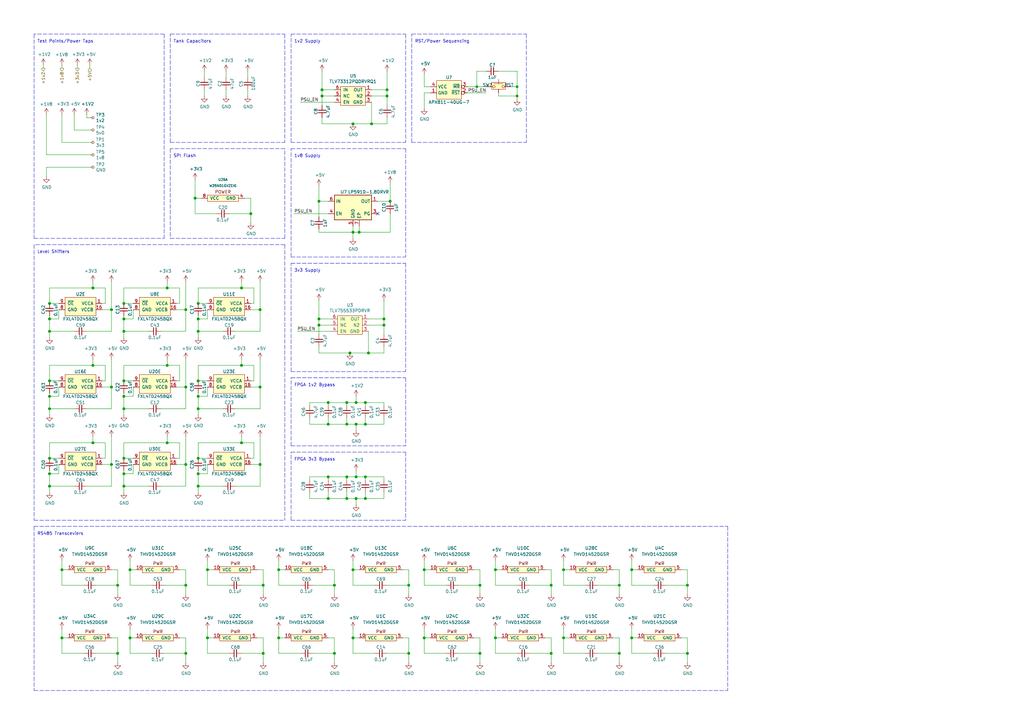
<source format=kicad_sch>
(kicad_sch (version 20210621) (generator eeschema)
  (paper "A3")
  (title_block (date "2021-05-31") (rev "1") (company "Aki"))
  (junction (at 20.32 124.46) (diameter 1.016))
  (junction (at 20.32 130.81) (diameter 1.016))
  (junction (at 20.32 135.89) (diameter 1.016))
  (junction (at 20.32 156.21) (diameter 1.016))
  (junction (at 20.32 162.56) (diameter 1.016))
  (junction (at 20.32 167.64) (diameter 1.016))
  (junction (at 20.32 187.96) (diameter 1.016))
  (junction (at 20.32 194.31) (diameter 1.016))
  (junction (at 20.32 199.39) (diameter 1.016))
  (junction (at 25.4 233.68) (diameter 1.016))
  (junction (at 25.4 261.62) (diameter 1.016))
  (junction (at 38.1 118.11) (diameter 1.016))
  (junction (at 38.1 149.86) (diameter 1.016))
  (junction (at 38.1 181.61) (diameter 1.016))
  (junction (at 45.72 127) (diameter 1.016))
  (junction (at 45.72 158.75) (diameter 1.016))
  (junction (at 45.72 190.5) (diameter 1.016))
  (junction (at 48.26 240.03) (diameter 1.016))
  (junction (at 48.26 267.97) (diameter 1.016))
  (junction (at 50.8 124.46) (diameter 1.016))
  (junction (at 50.8 130.81) (diameter 1.016))
  (junction (at 50.8 135.89) (diameter 1.016))
  (junction (at 50.8 156.21) (diameter 1.016))
  (junction (at 50.8 162.56) (diameter 1.016))
  (junction (at 50.8 167.64) (diameter 1.016))
  (junction (at 50.8 187.96) (diameter 1.016))
  (junction (at 50.8 194.31) (diameter 1.016))
  (junction (at 50.8 199.39) (diameter 1.016))
  (junction (at 53.34 233.68) (diameter 1.016))
  (junction (at 53.34 261.62) (diameter 1.016))
  (junction (at 68.58 118.11) (diameter 1.016))
  (junction (at 68.58 149.86) (diameter 1.016))
  (junction (at 68.58 181.61) (diameter 1.016))
  (junction (at 76.2 127) (diameter 1.016))
  (junction (at 76.2 158.75) (diameter 1.016))
  (junction (at 76.2 190.5) (diameter 1.016))
  (junction (at 76.2 240.03) (diameter 1.016))
  (junction (at 76.2 267.97) (diameter 1.016))
  (junction (at 80.01 81.28) (diameter 1.016))
  (junction (at 81.28 124.46) (diameter 1.016))
  (junction (at 81.28 130.81) (diameter 1.016))
  (junction (at 81.28 135.89) (diameter 1.016))
  (junction (at 81.28 156.21) (diameter 1.016))
  (junction (at 81.28 162.56) (diameter 1.016))
  (junction (at 81.28 167.64) (diameter 1.016))
  (junction (at 81.28 187.96) (diameter 1.016))
  (junction (at 81.28 194.31) (diameter 1.016))
  (junction (at 81.28 199.39) (diameter 1.016))
  (junction (at 85.09 233.68) (diameter 1.016))
  (junction (at 85.09 261.62) (diameter 1.016))
  (junction (at 99.06 118.11) (diameter 1.016))
  (junction (at 99.06 149.86) (diameter 1.016))
  (junction (at 99.06 181.61) (diameter 1.016))
  (junction (at 102.87 87.63) (diameter 1.016))
  (junction (at 106.68 127) (diameter 1.016))
  (junction (at 106.68 158.75) (diameter 1.016))
  (junction (at 106.68 190.5) (diameter 1.016))
  (junction (at 107.95 240.03) (diameter 1.016))
  (junction (at 107.95 267.97) (diameter 1.016))
  (junction (at 114.3 233.68) (diameter 1.016))
  (junction (at 114.3 261.62) (diameter 1.016))
  (junction (at 130.81 82.55) (diameter 1.016))
  (junction (at 130.81 130.81) (diameter 1.016))
  (junction (at 130.81 133.35) (diameter 1.016))
  (junction (at 132.08 36.83) (diameter 1.016))
  (junction (at 132.08 39.37) (diameter 1.016))
  (junction (at 134.62 165.1) (diameter 1.016))
  (junction (at 134.62 173.99) (diameter 1.016))
  (junction (at 134.62 195.58) (diameter 1.016))
  (junction (at 134.62 204.47) (diameter 1.016))
  (junction (at 137.16 240.03) (diameter 1.016))
  (junction (at 137.16 267.97) (diameter 1.016))
  (junction (at 142.24 165.1) (diameter 1.016))
  (junction (at 142.24 173.99) (diameter 1.016))
  (junction (at 142.24 195.58) (diameter 1.016))
  (junction (at 142.24 204.47) (diameter 1.016))
  (junction (at 143.51 144.78) (diameter 1.016))
  (junction (at 144.78 50.8) (diameter 1.016))
  (junction (at 144.78 95.25) (diameter 1.016))
  (junction (at 144.78 233.68) (diameter 1.016))
  (junction (at 144.78 261.62) (diameter 1.016))
  (junction (at 146.05 165.1) (diameter 1.016))
  (junction (at 146.05 173.99) (diameter 1.016))
  (junction (at 146.05 195.58) (diameter 1.016))
  (junction (at 146.05 204.47) (diameter 1.016))
  (junction (at 147.32 95.25) (diameter 1.016))
  (junction (at 149.86 165.1) (diameter 1.016))
  (junction (at 149.86 173.99) (diameter 1.016))
  (junction (at 149.86 195.58) (diameter 1.016))
  (junction (at 149.86 204.47) (diameter 1.016))
  (junction (at 151.13 144.78) (diameter 1.016))
  (junction (at 152.4 50.8) (diameter 1.016))
  (junction (at 157.48 130.81) (diameter 1.016))
  (junction (at 157.48 133.35) (diameter 1.016))
  (junction (at 158.75 36.83) (diameter 1.016))
  (junction (at 158.75 39.37) (diameter 1.016))
  (junction (at 160.02 82.55) (diameter 1.016))
  (junction (at 167.64 240.03) (diameter 1.016))
  (junction (at 167.64 267.97) (diameter 1.016))
  (junction (at 173.99 233.68) (diameter 1.016))
  (junction (at 173.99 261.62) (diameter 1.016))
  (junction (at 195.58 35.56))
  (junction (at 196.85 240.03) (diameter 1.016))
  (junction (at 196.85 267.97) (diameter 1.016))
  (junction (at 203.2 233.68) (diameter 1.016))
  (junction (at 203.2 261.62) (diameter 1.016))
  (junction (at 212.09 35.56))
  (junction (at 212.09 39.37))
  (junction (at 226.06 240.03) (diameter 1.016))
  (junction (at 226.06 267.97) (diameter 1.016))
  (junction (at 231.14 233.68) (diameter 1.016))
  (junction (at 231.14 261.62) (diameter 1.016))
  (junction (at 254 240.03) (diameter 1.016))
  (junction (at 254 267.97) (diameter 1.016))
  (junction (at 259.08 233.68) (diameter 1.016))
  (junction (at 259.08 261.62) (diameter 1.016))
  (junction (at 281.94 240.03) (diameter 1.016))
  (junction (at 281.94 267.97) (diameter 1.016))
  (no_connect (at 154.94 87.63))
  (wire (pts (xy 17.78 27.94) (xy 17.78 26.67)))
  (wire (pts (xy 19.05 46.99) (xy 19.05 63.5)))
  (wire (pts (xy 19.05 68.58) (xy 19.05 72.39)))
  (wire (pts (xy 19.05 68.58) (xy 38.1 68.58)))
  (wire (pts (xy 20.32 118.11) (xy 38.1 118.11)))
  (wire (pts (xy 20.32 124.46) (xy 20.32 118.11)))
  (wire (pts (xy 20.32 130.81) (xy 20.32 129.54)))
  (wire (pts (xy 20.32 135.89) (xy 20.32 130.81)))
  (wire (pts (xy 20.32 135.89) (xy 20.32 138.43)))
  (wire (pts (xy 20.32 149.86) (xy 38.1 149.86)))
  (wire (pts (xy 20.32 156.21) (xy 20.32 149.86)))
  (wire (pts (xy 20.32 162.56) (xy 20.32 161.29)))
  (wire (pts (xy 20.32 167.64) (xy 20.32 162.56)))
  (wire (pts (xy 20.32 167.64) (xy 20.32 170.18)))
  (wire (pts (xy 20.32 181.61) (xy 38.1 181.61)))
  (wire (pts (xy 20.32 187.96) (xy 20.32 181.61)))
  (wire (pts (xy 20.32 194.31) (xy 20.32 193.04)))
  (wire (pts (xy 20.32 199.39) (xy 20.32 194.31)))
  (wire (pts (xy 20.32 199.39) (xy 20.32 201.93)))
  (wire (pts (xy 24.13 124.46) (xy 20.32 124.46)))
  (wire (pts (xy 24.13 127) (xy 24.13 130.81)))
  (wire (pts (xy 24.13 130.81) (xy 20.32 130.81)))
  (wire (pts (xy 24.13 156.21) (xy 20.32 156.21)))
  (wire (pts (xy 24.13 158.75) (xy 24.13 162.56)))
  (wire (pts (xy 24.13 162.56) (xy 20.32 162.56)))
  (wire (pts (xy 24.13 187.96) (xy 20.32 187.96)))
  (wire (pts (xy 24.13 190.5) (xy 24.13 194.31)))
  (wire (pts (xy 24.13 194.31) (xy 20.32 194.31)))
  (wire (pts (xy 25.4 27.94) (xy 25.4 26.67)))
  (wire (pts (xy 25.4 46.99) (xy 25.4 58.42)))
  (wire (pts (xy 25.4 58.42) (xy 38.1 58.42)))
  (wire (pts (xy 25.4 229.87) (xy 25.4 233.68)))
  (wire (pts (xy 25.4 233.68) (xy 25.4 240.03)))
  (wire (pts (xy 25.4 240.03) (xy 34.29 240.03)))
  (wire (pts (xy 25.4 257.81) (xy 25.4 261.62)))
  (wire (pts (xy 25.4 261.62) (xy 25.4 267.97)))
  (wire (pts (xy 25.4 267.97) (xy 34.29 267.97)))
  (wire (pts (xy 27.94 233.68) (xy 25.4 233.68)))
  (wire (pts (xy 27.94 261.62) (xy 25.4 261.62)))
  (wire (pts (xy 30.48 46.99) (xy 30.48 53.34)))
  (wire (pts (xy 30.48 53.34) (xy 38.1 53.34)))
  (wire (pts (xy 30.48 135.89) (xy 20.32 135.89)))
  (wire (pts (xy 30.48 167.64) (xy 20.32 167.64)))
  (wire (pts (xy 30.48 199.39) (xy 20.32 199.39)))
  (wire (pts (xy 31.75 26.67) (xy 31.75 27.94)))
  (wire (pts (xy 35.56 48.26) (xy 35.56 46.99)))
  (wire (pts (xy 35.56 48.26) (xy 38.1 48.26)))
  (wire (pts (xy 35.56 135.89) (xy 45.72 135.89)))
  (wire (pts (xy 35.56 167.64) (xy 45.72 167.64)))
  (wire (pts (xy 35.56 199.39) (xy 45.72 199.39)))
  (wire (pts (xy 36.83 26.67) (xy 36.83 27.94)))
  (wire (pts (xy 38.1 63.5) (xy 19.05 63.5)))
  (wire (pts (xy 38.1 115.57) (xy 38.1 118.11)))
  (wire (pts (xy 38.1 118.11) (xy 43.18 118.11)))
  (wire (pts (xy 38.1 147.32) (xy 38.1 149.86)))
  (wire (pts (xy 38.1 149.86) (xy 43.18 149.86)))
  (wire (pts (xy 38.1 179.07) (xy 38.1 181.61)))
  (wire (pts (xy 38.1 181.61) (xy 43.18 181.61)))
  (wire (pts (xy 39.37 240.03) (xy 48.26 240.03)))
  (wire (pts (xy 39.37 267.97) (xy 48.26 267.97)))
  (wire (pts (xy 43.18 118.11) (xy 43.18 124.46)))
  (wire (pts (xy 43.18 124.46) (xy 41.91 124.46)))
  (wire (pts (xy 43.18 149.86) (xy 43.18 156.21)))
  (wire (pts (xy 43.18 156.21) (xy 41.91 156.21)))
  (wire (pts (xy 43.18 181.61) (xy 43.18 187.96)))
  (wire (pts (xy 43.18 187.96) (xy 41.91 187.96)))
  (wire (pts (xy 45.72 115.57) (xy 45.72 127)))
  (wire (pts (xy 45.72 127) (xy 41.91 127)))
  (wire (pts (xy 45.72 135.89) (xy 45.72 127)))
  (wire (pts (xy 45.72 147.32) (xy 45.72 158.75)))
  (wire (pts (xy 45.72 158.75) (xy 41.91 158.75)))
  (wire (pts (xy 45.72 167.64) (xy 45.72 158.75)))
  (wire (pts (xy 45.72 179.07) (xy 45.72 190.5)))
  (wire (pts (xy 45.72 190.5) (xy 41.91 190.5)))
  (wire (pts (xy 45.72 199.39) (xy 45.72 190.5)))
  (wire (pts (xy 48.26 233.68) (xy 45.72 233.68)))
  (wire (pts (xy 48.26 240.03) (xy 48.26 233.68)))
  (wire (pts (xy 48.26 240.03) (xy 48.26 243.84)))
  (wire (pts (xy 48.26 261.62) (xy 45.72 261.62)))
  (wire (pts (xy 48.26 267.97) (xy 48.26 261.62)))
  (wire (pts (xy 48.26 267.97) (xy 48.26 271.78)))
  (wire (pts (xy 50.8 118.11) (xy 68.58 118.11)))
  (wire (pts (xy 50.8 124.46) (xy 50.8 118.11)))
  (wire (pts (xy 50.8 130.81) (xy 50.8 129.54)))
  (wire (pts (xy 50.8 135.89) (xy 50.8 130.81)))
  (wire (pts (xy 50.8 135.89) (xy 50.8 138.43)))
  (wire (pts (xy 50.8 149.86) (xy 68.58 149.86)))
  (wire (pts (xy 50.8 156.21) (xy 50.8 149.86)))
  (wire (pts (xy 50.8 162.56) (xy 50.8 161.29)))
  (wire (pts (xy 50.8 167.64) (xy 50.8 162.56)))
  (wire (pts (xy 50.8 167.64) (xy 50.8 170.18)))
  (wire (pts (xy 50.8 181.61) (xy 68.58 181.61)))
  (wire (pts (xy 50.8 187.96) (xy 50.8 181.61)))
  (wire (pts (xy 50.8 194.31) (xy 50.8 193.04)))
  (wire (pts (xy 50.8 199.39) (xy 50.8 194.31)))
  (wire (pts (xy 50.8 199.39) (xy 50.8 201.93)))
  (wire (pts (xy 53.34 229.87) (xy 53.34 233.68)))
  (wire (pts (xy 53.34 233.68) (xy 53.34 240.03)))
  (wire (pts (xy 53.34 240.03) (xy 62.23 240.03)))
  (wire (pts (xy 53.34 257.81) (xy 53.34 261.62)))
  (wire (pts (xy 53.34 261.62) (xy 53.34 267.97)))
  (wire (pts (xy 53.34 267.97) (xy 62.23 267.97)))
  (wire (pts (xy 54.61 124.46) (xy 50.8 124.46)))
  (wire (pts (xy 54.61 127) (xy 54.61 130.81)))
  (wire (pts (xy 54.61 130.81) (xy 50.8 130.81)))
  (wire (pts (xy 54.61 156.21) (xy 50.8 156.21)))
  (wire (pts (xy 54.61 158.75) (xy 54.61 162.56)))
  (wire (pts (xy 54.61 162.56) (xy 50.8 162.56)))
  (wire (pts (xy 54.61 187.96) (xy 50.8 187.96)))
  (wire (pts (xy 54.61 190.5) (xy 54.61 194.31)))
  (wire (pts (xy 54.61 194.31) (xy 50.8 194.31)))
  (wire (pts (xy 55.88 233.68) (xy 53.34 233.68)))
  (wire (pts (xy 55.88 261.62) (xy 53.34 261.62)))
  (wire (pts (xy 60.96 135.89) (xy 50.8 135.89)))
  (wire (pts (xy 60.96 167.64) (xy 50.8 167.64)))
  (wire (pts (xy 60.96 199.39) (xy 50.8 199.39)))
  (wire (pts (xy 66.04 135.89) (xy 76.2 135.89)))
  (wire (pts (xy 66.04 167.64) (xy 76.2 167.64)))
  (wire (pts (xy 66.04 199.39) (xy 76.2 199.39)))
  (wire (pts (xy 67.31 240.03) (xy 76.2 240.03)))
  (wire (pts (xy 67.31 267.97) (xy 76.2 267.97)))
  (wire (pts (xy 68.58 115.57) (xy 68.58 118.11)))
  (wire (pts (xy 68.58 118.11) (xy 73.66 118.11)))
  (wire (pts (xy 68.58 147.32) (xy 68.58 149.86)))
  (wire (pts (xy 68.58 149.86) (xy 73.66 149.86)))
  (wire (pts (xy 68.58 179.07) (xy 68.58 181.61)))
  (wire (pts (xy 68.58 181.61) (xy 73.66 181.61)))
  (wire (pts (xy 73.66 118.11) (xy 73.66 124.46)))
  (wire (pts (xy 73.66 124.46) (xy 72.39 124.46)))
  (wire (pts (xy 73.66 149.86) (xy 73.66 156.21)))
  (wire (pts (xy 73.66 156.21) (xy 72.39 156.21)))
  (wire (pts (xy 73.66 181.61) (xy 73.66 187.96)))
  (wire (pts (xy 73.66 187.96) (xy 72.39 187.96)))
  (wire (pts (xy 76.2 115.57) (xy 76.2 127)))
  (wire (pts (xy 76.2 127) (xy 72.39 127)))
  (wire (pts (xy 76.2 135.89) (xy 76.2 127)))
  (wire (pts (xy 76.2 147.32) (xy 76.2 158.75)))
  (wire (pts (xy 76.2 158.75) (xy 72.39 158.75)))
  (wire (pts (xy 76.2 167.64) (xy 76.2 158.75)))
  (wire (pts (xy 76.2 179.07) (xy 76.2 190.5)))
  (wire (pts (xy 76.2 190.5) (xy 72.39 190.5)))
  (wire (pts (xy 76.2 199.39) (xy 76.2 190.5)))
  (wire (pts (xy 76.2 233.68) (xy 73.66 233.68)))
  (wire (pts (xy 76.2 240.03) (xy 76.2 233.68)))
  (wire (pts (xy 76.2 240.03) (xy 76.2 243.84)))
  (wire (pts (xy 76.2 261.62) (xy 73.66 261.62)))
  (wire (pts (xy 76.2 267.97) (xy 76.2 261.62)))
  (wire (pts (xy 76.2 267.97) (xy 76.2 271.78)))
  (wire (pts (xy 80.01 73.66) (xy 80.01 81.28)))
  (wire (pts (xy 80.01 81.28) (xy 82.55 81.28)))
  (wire (pts (xy 80.01 87.63) (xy 80.01 81.28)))
  (wire (pts (xy 80.01 87.63) (xy 88.9 87.63)))
  (wire (pts (xy 81.28 118.11) (xy 99.06 118.11)))
  (wire (pts (xy 81.28 124.46) (xy 81.28 118.11)))
  (wire (pts (xy 81.28 130.81) (xy 81.28 129.54)))
  (wire (pts (xy 81.28 135.89) (xy 81.28 130.81)))
  (wire (pts (xy 81.28 135.89) (xy 81.28 138.43)))
  (wire (pts (xy 81.28 149.86) (xy 99.06 149.86)))
  (wire (pts (xy 81.28 156.21) (xy 81.28 149.86)))
  (wire (pts (xy 81.28 162.56) (xy 81.28 161.29)))
  (wire (pts (xy 81.28 167.64) (xy 81.28 162.56)))
  (wire (pts (xy 81.28 167.64) (xy 81.28 170.18)))
  (wire (pts (xy 81.28 181.61) (xy 99.06 181.61)))
  (wire (pts (xy 81.28 187.96) (xy 81.28 181.61)))
  (wire (pts (xy 81.28 194.31) (xy 81.28 193.04)))
  (wire (pts (xy 81.28 199.39) (xy 81.28 194.31)))
  (wire (pts (xy 81.28 199.39) (xy 81.28 201.93)))
  (wire (pts (xy 83.82 31.75) (xy 83.82 29.21)))
  (wire (pts (xy 83.82 36.83) (xy 83.82 39.37)))
  (wire (pts (xy 85.09 124.46) (xy 81.28 124.46)))
  (wire (pts (xy 85.09 127) (xy 85.09 130.81)))
  (wire (pts (xy 85.09 130.81) (xy 81.28 130.81)))
  (wire (pts (xy 85.09 156.21) (xy 81.28 156.21)))
  (wire (pts (xy 85.09 158.75) (xy 85.09 162.56)))
  (wire (pts (xy 85.09 162.56) (xy 81.28 162.56)))
  (wire (pts (xy 85.09 187.96) (xy 81.28 187.96)))
  (wire (pts (xy 85.09 190.5) (xy 85.09 194.31)))
  (wire (pts (xy 85.09 194.31) (xy 81.28 194.31)))
  (wire (pts (xy 85.09 229.87) (xy 85.09 233.68)))
  (wire (pts (xy 85.09 233.68) (xy 85.09 240.03)))
  (wire (pts (xy 85.09 240.03) (xy 93.98 240.03)))
  (wire (pts (xy 85.09 257.81) (xy 85.09 261.62)))
  (wire (pts (xy 85.09 261.62) (xy 85.09 267.97)))
  (wire (pts (xy 85.09 267.97) (xy 93.98 267.97)))
  (wire (pts (xy 87.63 233.68) (xy 85.09 233.68)))
  (wire (pts (xy 87.63 261.62) (xy 85.09 261.62)))
  (wire (pts (xy 91.44 135.89) (xy 81.28 135.89)))
  (wire (pts (xy 91.44 167.64) (xy 81.28 167.64)))
  (wire (pts (xy 91.44 199.39) (xy 81.28 199.39)))
  (wire (pts (xy 92.71 31.75) (xy 92.71 29.21)))
  (wire (pts (xy 92.71 36.83) (xy 92.71 39.37)))
  (wire (pts (xy 93.98 87.63) (xy 102.87 87.63)))
  (wire (pts (xy 96.52 135.89) (xy 106.68 135.89)))
  (wire (pts (xy 96.52 167.64) (xy 106.68 167.64)))
  (wire (pts (xy 96.52 199.39) (xy 106.68 199.39)))
  (wire (pts (xy 99.06 115.57) (xy 99.06 118.11)))
  (wire (pts (xy 99.06 118.11) (xy 104.14 118.11)))
  (wire (pts (xy 99.06 147.32) (xy 99.06 149.86)))
  (wire (pts (xy 99.06 149.86) (xy 104.14 149.86)))
  (wire (pts (xy 99.06 179.07) (xy 99.06 181.61)))
  (wire (pts (xy 99.06 181.61) (xy 104.14 181.61)))
  (wire (pts (xy 99.06 240.03) (xy 107.95 240.03)))
  (wire (pts (xy 99.06 267.97) (xy 107.95 267.97)))
  (wire (pts (xy 100.33 81.28) (xy 102.87 81.28)))
  (wire (pts (xy 101.6 29.21) (xy 101.6 31.75)))
  (wire (pts (xy 101.6 36.83) (xy 101.6 39.37)))
  (wire (pts (xy 102.87 81.28) (xy 102.87 87.63)))
  (wire (pts (xy 102.87 87.63) (xy 102.87 91.44)))
  (wire (pts (xy 104.14 118.11) (xy 104.14 124.46)))
  (wire (pts (xy 104.14 124.46) (xy 102.87 124.46)))
  (wire (pts (xy 104.14 149.86) (xy 104.14 156.21)))
  (wire (pts (xy 104.14 156.21) (xy 102.87 156.21)))
  (wire (pts (xy 104.14 181.61) (xy 104.14 187.96)))
  (wire (pts (xy 104.14 187.96) (xy 102.87 187.96)))
  (wire (pts (xy 106.68 115.57) (xy 106.68 127)))
  (wire (pts (xy 106.68 127) (xy 102.87 127)))
  (wire (pts (xy 106.68 135.89) (xy 106.68 127)))
  (wire (pts (xy 106.68 147.32) (xy 106.68 158.75)))
  (wire (pts (xy 106.68 158.75) (xy 102.87 158.75)))
  (wire (pts (xy 106.68 167.64) (xy 106.68 158.75)))
  (wire (pts (xy 106.68 179.07) (xy 106.68 190.5)))
  (wire (pts (xy 106.68 190.5) (xy 102.87 190.5)))
  (wire (pts (xy 106.68 199.39) (xy 106.68 190.5)))
  (wire (pts (xy 107.95 233.68) (xy 105.41 233.68)))
  (wire (pts (xy 107.95 240.03) (xy 107.95 233.68)))
  (wire (pts (xy 107.95 240.03) (xy 107.95 243.84)))
  (wire (pts (xy 107.95 261.62) (xy 105.41 261.62)))
  (wire (pts (xy 107.95 267.97) (xy 107.95 261.62)))
  (wire (pts (xy 107.95 267.97) (xy 107.95 271.78)))
  (wire (pts (xy 114.3 229.87) (xy 114.3 233.68)))
  (wire (pts (xy 114.3 233.68) (xy 114.3 240.03)))
  (wire (pts (xy 114.3 240.03) (xy 123.19 240.03)))
  (wire (pts (xy 114.3 257.81) (xy 114.3 261.62)))
  (wire (pts (xy 114.3 261.62) (xy 114.3 267.97)))
  (wire (pts (xy 114.3 267.97) (xy 123.19 267.97)))
  (wire (pts (xy 116.84 233.68) (xy 114.3 233.68)))
  (wire (pts (xy 116.84 261.62) (xy 114.3 261.62)))
  (wire (pts (xy 127 165.1) (xy 134.62 165.1)))
  (wire (pts (xy 127 166.37) (xy 127 165.1)))
  (wire (pts (xy 127 171.45) (xy 127 173.99)))
  (wire (pts (xy 127 173.99) (xy 134.62 173.99)))
  (wire (pts (xy 127 195.58) (xy 134.62 195.58)))
  (wire (pts (xy 127 196.85) (xy 127 195.58)))
  (wire (pts (xy 127 201.93) (xy 127 204.47)))
  (wire (pts (xy 127 204.47) (xy 134.62 204.47)))
  (wire (pts (xy 128.27 240.03) (xy 137.16 240.03)))
  (wire (pts (xy 128.27 267.97) (xy 137.16 267.97)))
  (wire (pts (xy 130.81 82.55) (xy 130.81 76.2)))
  (wire (pts (xy 130.81 82.55) (xy 130.81 88.9)))
  (wire (pts (xy 130.81 82.55) (xy 134.62 82.55)))
  (wire (pts (xy 130.81 93.98) (xy 130.81 95.25)))
  (wire (pts (xy 130.81 95.25) (xy 144.78 95.25)))
  (wire (pts (xy 130.81 130.81) (xy 130.81 123.19)))
  (wire (pts (xy 130.81 133.35) (xy 130.81 130.81)))
  (wire (pts (xy 130.81 133.35) (xy 130.81 137.16)))
  (wire (pts (xy 130.81 142.24) (xy 130.81 144.78)))
  (wire (pts (xy 130.81 144.78) (xy 143.51 144.78)))
  (wire (pts (xy 132.08 36.83) (xy 132.08 29.21)))
  (wire (pts (xy 132.08 39.37) (xy 132.08 36.83)))
  (wire (pts (xy 132.08 39.37) (xy 132.08 43.18)))
  (wire (pts (xy 132.08 48.26) (xy 132.08 50.8)))
  (wire (pts (xy 132.08 50.8) (xy 144.78 50.8)))
  (wire (pts (xy 134.62 87.63) (xy 120.65 87.63)))
  (wire (pts (xy 134.62 165.1) (xy 142.24 165.1)))
  (wire (pts (xy 134.62 166.37) (xy 134.62 165.1)))
  (wire (pts (xy 134.62 171.45) (xy 134.62 173.99)))
  (wire (pts (xy 134.62 173.99) (xy 142.24 173.99)))
  (wire (pts (xy 134.62 195.58) (xy 142.24 195.58)))
  (wire (pts (xy 134.62 196.85) (xy 134.62 195.58)))
  (wire (pts (xy 134.62 201.93) (xy 134.62 204.47)))
  (wire (pts (xy 134.62 204.47) (xy 142.24 204.47)))
  (wire (pts (xy 135.89 130.81) (xy 130.81 130.81)))
  (wire (pts (xy 135.89 133.35) (xy 130.81 133.35)))
  (wire (pts (xy 135.89 135.89) (xy 121.92 135.89)))
  (wire (pts (xy 137.16 36.83) (xy 132.08 36.83)))
  (wire (pts (xy 137.16 39.37) (xy 132.08 39.37)))
  (wire (pts (xy 137.16 41.91) (xy 123.19 41.91)))
  (wire (pts (xy 137.16 233.68) (xy 134.62 233.68)))
  (wire (pts (xy 137.16 240.03) (xy 137.16 233.68)))
  (wire (pts (xy 137.16 240.03) (xy 137.16 243.84)))
  (wire (pts (xy 137.16 261.62) (xy 134.62 261.62)))
  (wire (pts (xy 137.16 267.97) (xy 137.16 261.62)))
  (wire (pts (xy 137.16 267.97) (xy 137.16 271.78)))
  (wire (pts (xy 142.24 165.1) (xy 146.05 165.1)))
  (wire (pts (xy 142.24 166.37) (xy 142.24 165.1)))
  (wire (pts (xy 142.24 171.45) (xy 142.24 173.99)))
  (wire (pts (xy 142.24 173.99) (xy 146.05 173.99)))
  (wire (pts (xy 142.24 195.58) (xy 146.05 195.58)))
  (wire (pts (xy 142.24 196.85) (xy 142.24 195.58)))
  (wire (pts (xy 142.24 201.93) (xy 142.24 204.47)))
  (wire (pts (xy 142.24 204.47) (xy 146.05 204.47)))
  (wire (pts (xy 144.78 92.71) (xy 144.78 95.25)))
  (wire (pts (xy 144.78 95.25) (xy 144.78 97.79)))
  (wire (pts (xy 144.78 229.87) (xy 144.78 233.68)))
  (wire (pts (xy 144.78 233.68) (xy 144.78 240.03)))
  (wire (pts (xy 144.78 240.03) (xy 153.67 240.03)))
  (wire (pts (xy 144.78 257.81) (xy 144.78 261.62)))
  (wire (pts (xy 144.78 261.62) (xy 144.78 267.97)))
  (wire (pts (xy 144.78 267.97) (xy 153.67 267.97)))
  (wire (pts (xy 146.05 165.1) (xy 146.05 162.56)))
  (wire (pts (xy 146.05 165.1) (xy 149.86 165.1)))
  (wire (pts (xy 146.05 173.99) (xy 146.05 176.53)))
  (wire (pts (xy 146.05 173.99) (xy 149.86 173.99)))
  (wire (pts (xy 146.05 195.58) (xy 146.05 193.04)))
  (wire (pts (xy 146.05 195.58) (xy 149.86 195.58)))
  (wire (pts (xy 146.05 204.47) (xy 146.05 207.01)))
  (wire (pts (xy 146.05 204.47) (xy 149.86 204.47)))
  (wire (pts (xy 147.32 92.71) (xy 147.32 95.25)))
  (wire (pts (xy 147.32 95.25) (xy 144.78 95.25)))
  (wire (pts (xy 147.32 233.68) (xy 144.78 233.68)))
  (wire (pts (xy 147.32 261.62) (xy 144.78 261.62)))
  (wire (pts (xy 149.86 165.1) (xy 157.48 165.1)))
  (wire (pts (xy 149.86 166.37) (xy 149.86 165.1)))
  (wire (pts (xy 149.86 171.45) (xy 149.86 173.99)))
  (wire (pts (xy 149.86 173.99) (xy 157.48 173.99)))
  (wire (pts (xy 149.86 195.58) (xy 157.48 195.58)))
  (wire (pts (xy 149.86 196.85) (xy 149.86 195.58)))
  (wire (pts (xy 149.86 201.93) (xy 149.86 204.47)))
  (wire (pts (xy 149.86 204.47) (xy 157.48 204.47)))
  (wire (pts (xy 151.13 130.81) (xy 157.48 130.81)))
  (wire (pts (xy 151.13 133.35) (xy 157.48 133.35)))
  (wire (pts (xy 151.13 135.89) (xy 151.13 144.78)))
  (wire (pts (xy 151.13 144.78) (xy 143.51 144.78)))
  (wire (pts (xy 152.4 36.83) (xy 158.75 36.83)))
  (wire (pts (xy 152.4 39.37) (xy 158.75 39.37)))
  (wire (pts (xy 152.4 41.91) (xy 152.4 50.8)))
  (wire (pts (xy 152.4 50.8) (xy 144.78 50.8)))
  (wire (pts (xy 157.48 123.19) (xy 157.48 130.81)))
  (wire (pts (xy 157.48 133.35) (xy 157.48 130.81)))
  (wire (pts (xy 157.48 137.16) (xy 157.48 133.35)))
  (wire (pts (xy 157.48 142.24) (xy 157.48 144.78)))
  (wire (pts (xy 157.48 144.78) (xy 151.13 144.78)))
  (wire (pts (xy 157.48 166.37) (xy 157.48 165.1)))
  (wire (pts (xy 157.48 171.45) (xy 157.48 173.99)))
  (wire (pts (xy 157.48 196.85) (xy 157.48 195.58)))
  (wire (pts (xy 157.48 201.93) (xy 157.48 204.47)))
  (wire (pts (xy 158.75 29.21) (xy 158.75 36.83)))
  (wire (pts (xy 158.75 39.37) (xy 158.75 36.83)))
  (wire (pts (xy 158.75 43.18) (xy 158.75 39.37)))
  (wire (pts (xy 158.75 48.26) (xy 158.75 50.8)))
  (wire (pts (xy 158.75 50.8) (xy 152.4 50.8)))
  (wire (pts (xy 158.75 240.03) (xy 167.64 240.03)))
  (wire (pts (xy 158.75 267.97) (xy 167.64 267.97)))
  (wire (pts (xy 160.02 74.93) (xy 160.02 82.55)))
  (wire (pts (xy 160.02 82.55) (xy 154.94 82.55)))
  (wire (pts (xy 160.02 87.63) (xy 160.02 95.25)))
  (wire (pts (xy 160.02 95.25) (xy 147.32 95.25)))
  (wire (pts (xy 167.64 233.68) (xy 165.1 233.68)))
  (wire (pts (xy 167.64 240.03) (xy 167.64 233.68)))
  (wire (pts (xy 167.64 240.03) (xy 167.64 243.84)))
  (wire (pts (xy 167.64 261.62) (xy 165.1 261.62)))
  (wire (pts (xy 167.64 267.97) (xy 167.64 261.62)))
  (wire (pts (xy 167.64 267.97) (xy 167.64 271.78)))
  (wire (pts (xy 173.99 35.56) (xy 173.99 30.48)))
  (wire (pts (xy 173.99 38.1) (xy 173.99 44.45)))
  (wire (pts (xy 173.99 229.87) (xy 173.99 233.68)))
  (wire (pts (xy 173.99 233.68) (xy 173.99 240.03)))
  (wire (pts (xy 173.99 240.03) (xy 182.88 240.03)))
  (wire (pts (xy 173.99 257.81) (xy 173.99 261.62)))
  (wire (pts (xy 173.99 261.62) (xy 173.99 267.97)))
  (wire (pts (xy 173.99 267.97) (xy 182.88 267.97)))
  (wire (pts (xy 176.53 35.56) (xy 173.99 35.56)))
  (wire (pts (xy 176.53 38.1) (xy 173.99 38.1)))
  (wire (pts (xy 176.53 233.68) (xy 173.99 233.68)))
  (wire (pts (xy 176.53 261.62) (xy 173.99 261.62)))
  (wire (pts (xy 187.96 240.03) (xy 196.85 240.03)))
  (wire (pts (xy 187.96 267.97) (xy 196.85 267.97)))
  (wire (pts (xy 191.77 38.1) (xy 199.39 38.1)))
  (wire (pts (xy 195.58 29.21) (xy 195.58 35.56)))
  (wire (pts (xy 195.58 35.56) (xy 191.77 35.56)))
  (wire (pts (xy 196.85 233.68) (xy 194.31 233.68)))
  (wire (pts (xy 196.85 240.03) (xy 196.85 233.68)))
  (wire (pts (xy 196.85 240.03) (xy 196.85 243.84)))
  (wire (pts (xy 196.85 261.62) (xy 194.31 261.62)))
  (wire (pts (xy 196.85 267.97) (xy 196.85 261.62)))
  (wire (pts (xy 196.85 267.97) (xy 196.85 271.78)))
  (wire (pts (xy 199.39 29.21) (xy 195.58 29.21)))
  (wire (pts (xy 199.39 35.56) (xy 195.58 35.56)))
  (wire (pts (xy 203.2 229.87) (xy 203.2 233.68)))
  (wire (pts (xy 203.2 233.68) (xy 203.2 240.03)))
  (wire (pts (xy 203.2 240.03) (xy 212.09 240.03)))
  (wire (pts (xy 203.2 257.81) (xy 203.2 261.62)))
  (wire (pts (xy 203.2 261.62) (xy 203.2 267.97)))
  (wire (pts (xy 203.2 267.97) (xy 212.09 267.97)))
  (wire (pts (xy 204.47 29.21) (xy 212.09 29.21)))
  (wire (pts (xy 204.47 38.1) (xy 204.47 39.37)))
  (wire (pts (xy 204.47 39.37) (xy 212.09 39.37)))
  (wire (pts (xy 205.74 233.68) (xy 203.2 233.68)))
  (wire (pts (xy 205.74 261.62) (xy 203.2 261.62)))
  (wire (pts (xy 209.55 35.56) (xy 212.09 35.56)))
  (wire (pts (xy 212.09 29.21) (xy 212.09 35.56)))
  (wire (pts (xy 212.09 35.56) (xy 212.09 39.37)))
  (wire (pts (xy 212.09 39.37) (xy 212.09 40.64)))
  (wire (pts (xy 217.17 240.03) (xy 226.06 240.03)))
  (wire (pts (xy 217.17 267.97) (xy 226.06 267.97)))
  (wire (pts (xy 226.06 233.68) (xy 223.52 233.68)))
  (wire (pts (xy 226.06 240.03) (xy 226.06 233.68)))
  (wire (pts (xy 226.06 240.03) (xy 226.06 243.84)))
  (wire (pts (xy 226.06 261.62) (xy 223.52 261.62)))
  (wire (pts (xy 226.06 267.97) (xy 226.06 261.62)))
  (wire (pts (xy 226.06 267.97) (xy 226.06 271.78)))
  (wire (pts (xy 231.14 229.87) (xy 231.14 233.68)))
  (wire (pts (xy 231.14 233.68) (xy 231.14 240.03)))
  (wire (pts (xy 231.14 240.03) (xy 240.03 240.03)))
  (wire (pts (xy 231.14 257.81) (xy 231.14 261.62)))
  (wire (pts (xy 231.14 261.62) (xy 231.14 267.97)))
  (wire (pts (xy 231.14 267.97) (xy 240.03 267.97)))
  (wire (pts (xy 233.68 233.68) (xy 231.14 233.68)))
  (wire (pts (xy 233.68 261.62) (xy 231.14 261.62)))
  (wire (pts (xy 245.11 240.03) (xy 254 240.03)))
  (wire (pts (xy 245.11 267.97) (xy 254 267.97)))
  (wire (pts (xy 254 233.68) (xy 251.46 233.68)))
  (wire (pts (xy 254 240.03) (xy 254 233.68)))
  (wire (pts (xy 254 240.03) (xy 254 243.84)))
  (wire (pts (xy 254 261.62) (xy 251.46 261.62)))
  (wire (pts (xy 254 267.97) (xy 254 261.62)))
  (wire (pts (xy 254 267.97) (xy 254 271.78)))
  (wire (pts (xy 259.08 229.87) (xy 259.08 233.68)))
  (wire (pts (xy 259.08 233.68) (xy 259.08 240.03)))
  (wire (pts (xy 259.08 240.03) (xy 267.97 240.03)))
  (wire (pts (xy 259.08 257.81) (xy 259.08 261.62)))
  (wire (pts (xy 259.08 261.62) (xy 259.08 267.97)))
  (wire (pts (xy 259.08 267.97) (xy 267.97 267.97)))
  (wire (pts (xy 261.62 233.68) (xy 259.08 233.68)))
  (wire (pts (xy 261.62 261.62) (xy 259.08 261.62)))
  (wire (pts (xy 273.05 240.03) (xy 281.94 240.03)))
  (wire (pts (xy 273.05 267.97) (xy 281.94 267.97)))
  (wire (pts (xy 281.94 233.68) (xy 279.4 233.68)))
  (wire (pts (xy 281.94 240.03) (xy 281.94 233.68)))
  (wire (pts (xy 281.94 240.03) (xy 281.94 243.84)))
  (wire (pts (xy 281.94 261.62) (xy 279.4 261.62)))
  (wire (pts (xy 281.94 267.97) (xy 281.94 261.62)))
  (wire (pts (xy 281.94 267.97) (xy 281.94 271.78)))
  (polyline (pts (xy 13.97 13.97) (xy 13.97 97.79)) (stroke (width 0) (type dash)))
  (polyline (pts (xy 13.97 97.79) (xy 67.31 97.79)) (stroke (width 0) (type dash)))
  (polyline (pts (xy 13.97 100.33) (xy 13.97 213.36)) (stroke (width 0) (type dash)))
  (polyline (pts (xy 13.97 213.36) (xy 116.84 213.36)) (stroke (width 0) (type dash)))
  (polyline (pts (xy 13.97 215.9) (xy 13.97 283.21)) (stroke (width 0) (type dash)))
  (polyline (pts (xy 13.97 215.9) (xy 298.45 215.9)) (stroke (width 0) (type dash)))
  (polyline (pts (xy 13.97 283.21) (xy 298.45 283.21)) (stroke (width 0) (type dash)))
  (polyline (pts (xy 67.31 13.97) (xy 13.97 13.97)) (stroke (width 0) (type dash)))
  (polyline (pts (xy 67.31 13.97) (xy 67.31 97.79)) (stroke (width 0) (type dash)))
  (polyline (pts (xy 69.85 13.97) (xy 116.84 13.97)) (stroke (width 0) (type dash)))
  (polyline (pts (xy 69.85 58.42) (xy 69.85 13.97)) (stroke (width 0) (type dash)))
  (polyline (pts (xy 69.85 58.42) (xy 116.84 58.42)) (stroke (width 0) (type dash)))
  (polyline (pts (xy 69.85 60.96) (xy 69.85 97.79)) (stroke (width 0) (type dash)))
  (polyline (pts (xy 69.85 97.79) (xy 116.84 97.79)) (stroke (width 0) (type dash)))
  (polyline (pts (xy 116.84 13.97) (xy 116.84 58.42)) (stroke (width 0) (type dash)))
  (polyline (pts (xy 116.84 60.96) (xy 69.85 60.96)) (stroke (width 0) (type dash)))
  (polyline (pts (xy 116.84 97.79) (xy 116.84 60.96)) (stroke (width 0) (type dash)))
  (polyline (pts (xy 116.84 100.33) (xy 13.97 100.33)) (stroke (width 0) (type dash)))
  (polyline (pts (xy 116.84 100.33) (xy 116.84 213.36)) (stroke (width 0) (type dash)))
  (polyline (pts (xy 119.38 13.97) (xy 166.37 13.97)) (stroke (width 0) (type dash)))
  (polyline (pts (xy 119.38 58.42) (xy 119.38 13.97)) (stroke (width 0) (type dash)))
  (polyline (pts (xy 119.38 58.42) (xy 166.37 58.42)) (stroke (width 0) (type dash)))
  (polyline (pts (xy 119.38 60.96) (xy 166.37 60.96)) (stroke (width 0) (type dash)))
  (polyline (pts (xy 119.38 105.41) (xy 119.38 60.96)) (stroke (width 0) (type dash)))
  (polyline (pts (xy 119.38 105.41) (xy 166.37 105.41)) (stroke (width 0) (type dash)))
  (polyline (pts (xy 119.38 107.95) (xy 166.37 107.95)) (stroke (width 0) (type dash)))
  (polyline (pts (xy 119.38 152.4) (xy 119.38 107.95)) (stroke (width 0) (type dash)))
  (polyline (pts (xy 119.38 152.4) (xy 166.37 152.4)) (stroke (width 0) (type dash)))
  (polyline (pts (xy 119.38 154.94) (xy 166.37 154.94)) (stroke (width 0) (type dash)))
  (polyline (pts (xy 119.38 182.88) (xy 119.38 154.94)) (stroke (width 0) (type dash)))
  (polyline (pts (xy 119.38 182.88) (xy 166.37 182.88)) (stroke (width 0) (type dash)))
  (polyline (pts (xy 119.38 185.42) (xy 166.37 185.42)) (stroke (width 0) (type dash)))
  (polyline (pts (xy 119.38 213.36) (xy 119.38 185.42)) (stroke (width 0) (type dash)))
  (polyline (pts (xy 119.38 213.36) (xy 166.37 213.36)) (stroke (width 0) (type dash)))
  (polyline (pts (xy 166.37 13.97) (xy 166.37 58.42)) (stroke (width 0) (type dash)))
  (polyline (pts (xy 166.37 60.96) (xy 166.37 105.41)) (stroke (width 0) (type dash)))
  (polyline (pts (xy 166.37 107.95) (xy 166.37 152.4)) (stroke (width 0) (type dash)))
  (polyline (pts (xy 166.37 154.94) (xy 166.37 182.88)) (stroke (width 0) (type dash)))
  (polyline (pts (xy 166.37 185.42) (xy 166.37 213.36)) (stroke (width 0) (type dash)))
  (polyline (pts (xy 168.91 13.97) (xy 215.9 13.97)) (stroke (width 0) (type dash)))
  (polyline (pts (xy 168.91 58.42) (xy 168.91 13.97)) (stroke (width 0) (type dash)))
  (polyline (pts (xy 168.91 58.42) (xy 215.9 58.42)) (stroke (width 0) (type dash)))
  (polyline (pts (xy 215.9 13.97) (xy 215.9 58.42)) (stroke (width 0) (type dash)))
  (polyline (pts (xy 298.45 215.9) (xy 298.45 283.21)) (stroke (width 0) (type dash)))
  (text "Test Points/Power Taps\n" (at 15.24 17.78 0) (effects (font (size 1.27 1.27)) (justify left bottom)))
  (text "Level Shifters" (at 15.24 104.14 0) (effects (font (size 1.27 1.27)) (justify left bottom)))
  (text "RS485 Transceviers" (at 15.24 219.71 0) (effects (font (size 1.27 1.27)) (justify left bottom)))
  (text "Tank Capacitors" (at 71.12 17.78 0) (effects (font (size 1.27 1.27)) (justify left bottom)))
  (text "SPI Flash" (at 71.12 64.77 0) (effects (font (size 1.27 1.27)) (justify left bottom)))
  (text "1v2 Supply" (at 120.65 17.78 0) (effects (font (size 1.27 1.27)) (justify left bottom)))
  (text "1v8 Supply\n" (at 120.65 64.77 0) (effects (font (size 1.27 1.27)) (justify left bottom)))
  (text "3v3 Supply" (at 120.65 111.76 0) (effects (font (size 1.27 1.27)) (justify left bottom)))
  (text "FPGA 1v2 Bypass" (at 120.65 158.75 0) (effects (font (size 1.27 1.27)) (justify left bottom)))
  (text "FPGA 3v3 Bypass" (at 120.65 189.23 0) (effects (font (size 1.27 1.27)) (justify left bottom)))
  (text "RST/Power Sequencing\n" (at 170.18 17.78 0) (effects (font (size 1.27 1.27)) (justify left bottom)))
  (label "PSU_EN" (at 120.65 87.63 0))
  (label "PSU_EN" (at 121.92 135.89 0))
  (label "PSU_EN" (at 123.19 41.91 0))
  (label "PSU_EN" (at 199.39 38.1 180))
  (hierarchical_label "+1v2" (shape output) (at 17.78 27.94 270))
  (hierarchical_label "+1v8" (shape output) (at 25.4 27.94 270))
  (hierarchical_label "+3v3" (shape output) (at 31.75 27.94 270))
  (hierarchical_label "+5V" (shape input) (at 36.83 27.94 270))
  (symbol (lib_id "Connector:TestPoint_Small") (at 38.1 48.26 0) (unit 1)
    (property "Reference" "TP3" (at 39.3192 47.0916 0) (effects (justify left)))
    (property "Value" "1v2" (at 39.3192 49.403 0) (effects (justify left)))
    (property "Footprint" "TestPoint:TestPoint_Pad_D1.0mm" (effects hide))
    (property "MFR" "N/A" (effects hide))
    (property "MPN" "N/A" (effects hide))
  )
  (symbol (lib_id "Connector:TestPoint_Small") (at 38.1 53.34 0) (unit 1)
    (property "Reference" "TP4" (at 39.3192 52.1716 0) (effects (justify left)))
    (property "Value" "5v0" (at 39.3192 54.483 0) (effects (justify left)))
    (property "Footprint" "TestPoint:TestPoint_Pad_D1.0mm" (effects hide))
    (property "MFR" "N/A" (effects hide))
    (property "MPN" "N/A" (effects hide))
  )
  (symbol (lib_id "Connector:TestPoint_Small") (at 38.1 58.42 0) (unit 1)
    (property "Reference" "TP1" (at 39.3192 57.2516 0) (effects (justify left)))
    (property "Value" "3v3" (at 39.3192 59.563 0) (effects (justify left)))
    (property "Footprint" "TestPoint:TestPoint_Pad_D1.0mm" (effects hide))
    (property "MFR" "N/A" (effects hide))
    (property "MPN" "N/A" (effects hide))
  )
  (symbol (lib_id "Connector:TestPoint_Small") (at 38.1 63.5 0) (unit 1)
    (property "Reference" "TP5" (at 39.3192 62.3316 0) (effects (justify left)))
    (property "Value" "1v8" (at 39.3192 64.643 0) (effects (justify left)))
    (property "Footprint" "TestPoint:TestPoint_Pad_D1.0mm" (effects hide))
    (property "MFR" "N/A" (effects hide))
    (property "MPN" "N/A" (effects hide))
  )
  (symbol (lib_id "Connector:TestPoint_Small") (at 38.1 68.58 0) (unit 1)
    (property "Reference" "TP2" (at 39.3192 67.4116 0) (effects (justify left)))
    (property "Value" "GND" (at 39.3192 69.723 0) (effects (justify left)))
    (property "Footprint" "TestPoint:TestPoint_Pad_D1.0mm" (effects hide))
    (property "MFR" "N/A" (effects hide))
    (property "MPN" "N/A" (effects hide))
  )
  (symbol (lib_id "power:+1V2") (at 17.78 26.67 0) (unit 1)
    (property "Reference" "#PWR0115" (effects hide))
    (property "Value" "+1V2" (at 18.161 22.2758 0))
  )
  (symbol (lib_id "power:+1V8") (at 19.05 46.99 0) (unit 1)
    (property "Reference" "#PWR0124" (effects hide))
    (property "Value" "+1V8" (at 21.59 43.434 0) (effects (justify right bottom)))
  )
  (symbol (lib_id "power:+1V8") (at 25.4 26.67 0) (unit 1)
    (property "Reference" "#PWR0116" (effects hide))
    (property "Value" "+1V8" (at 27.94 23.114 0) (effects (justify right bottom)))
  )
  (symbol (lib_id "power:+3V3") (at 25.4 46.99 0) (unit 1)
    (property "Reference" "#PWR0121" (effects hide))
    (property "Value" "+3V3" (at 25.781 42.5958 0))
  )
  (symbol (lib_id "power:+5V") (at 25.4 229.87 0) (unit 1)
    (property "Reference" "#PWR0194" (effects hide))
    (property "Value" "+5V" (at 25.781 225.4758 0))
  )
  (symbol (lib_id "power:+5V") (at 25.4 257.81 0) (unit 1)
    (property "Reference" "#PWR0193" (effects hide))
    (property "Value" "+5V" (at 25.781 253.4158 0))
  )
  (symbol (lib_id "power:+5V") (at 30.48 46.99 0) (unit 1)
    (property "Reference" "#PWR0122" (effects hide))
    (property "Value" "+5V" (at 30.861 42.5958 0))
  )
  (symbol (lib_id "power:+3V3") (at 31.75 26.67 0) (unit 1)
    (property "Reference" "#PWR0117" (effects hide))
    (property "Value" "+3V3" (at 32.131 22.2758 0))
  )
  (symbol (lib_id "power:+1V2") (at 35.56 46.99 0) (unit 1)
    (property "Reference" "#PWR0123" (effects hide))
    (property "Value" "+1V2" (at 35.941 42.5958 0))
  )
  (symbol (lib_id "power:+5V") (at 36.83 26.67 0) (unit 1)
    (property "Reference" "#PWR0118" (effects hide))
    (property "Value" "+5V" (at 37.211 22.2758 0))
  )
  (symbol (lib_id "power:+3V3") (at 38.1 115.57 0) (unit 1)
    (property "Reference" "#PWR0215" (effects hide))
    (property "Value" "+3V3" (at 37.211 111.1758 0))
  )
  (symbol (lib_id "power:+3V3") (at 38.1 147.32 0) (unit 1)
    (property "Reference" "#PWR0182" (effects hide))
    (property "Value" "+3V3" (at 37.211 142.9258 0))
  )
  (symbol (lib_id "power:+3V3") (at 38.1 179.07 0) (unit 1)
    (property "Reference" "#PWR0180" (effects hide))
    (property "Value" "+3V3" (at 37.211 174.6758 0))
  )
  (symbol (lib_id "power:+5V") (at 45.72 115.57 0) (unit 1)
    (property "Reference" "#PWR0216" (effects hide))
    (property "Value" "+5V" (at 46.101 111.1758 0))
  )
  (symbol (lib_id "power:+5V") (at 45.72 147.32 0) (unit 1)
    (property "Reference" "#PWR0181" (effects hide))
    (property "Value" "+5V" (at 46.101 142.9258 0))
  )
  (symbol (lib_id "power:+5V") (at 45.72 179.07 0) (unit 1)
    (property "Reference" "#PWR0159" (effects hide))
    (property "Value" "+5V" (at 46.101 174.6758 0))
  )
  (symbol (lib_id "power:+5V") (at 53.34 229.87 0) (unit 1)
    (property "Reference" "#PWR0203" (effects hide))
    (property "Value" "+5V" (at 53.721 225.4758 0))
  )
  (symbol (lib_id "power:+5V") (at 53.34 257.81 0) (unit 1)
    (property "Reference" "#PWR0196" (effects hide))
    (property "Value" "+5V" (at 53.721 253.4158 0))
  )
  (symbol (lib_id "power:+3V3") (at 68.58 115.57 0) (unit 1)
    (property "Reference" "#PWR0214" (effects hide))
    (property "Value" "+3V3" (at 67.691 111.1758 0))
  )
  (symbol (lib_id "power:+3V3") (at 68.58 147.32 0) (unit 1)
    (property "Reference" "#PWR0212" (effects hide))
    (property "Value" "+3V3" (at 67.691 142.9258 0))
  )
  (symbol (lib_id "power:+3V3") (at 68.58 179.07 0) (unit 1)
    (property "Reference" "#PWR0163" (effects hide))
    (property "Value" "+3V3" (at 67.691 174.6758 0))
  )
  (symbol (lib_id "power:+5V") (at 76.2 115.57 0) (unit 1)
    (property "Reference" "#PWR0220" (effects hide))
    (property "Value" "+5V" (at 76.581 111.1758 0))
  )
  (symbol (lib_id "power:+5V") (at 76.2 147.32 0) (unit 1)
    (property "Reference" "#PWR0217" (effects hide))
    (property "Value" "+5V" (at 76.581 142.9258 0))
  )
  (symbol (lib_id "power:+5V") (at 76.2 179.07 0) (unit 1)
    (property "Reference" "#PWR0170" (effects hide))
    (property "Value" "+5V" (at 76.581 174.6758 0))
  )
  (symbol (lib_id "power:+3V3") (at 80.01 73.66 0) (unit 1)
    (property "Reference" "#PWR0225" (effects hide))
    (property "Value" "+3V3" (at 80.391 69.2658 0))
  )
  (symbol (lib_id "power:+1V2") (at 83.82 29.21 0) (unit 1)
    (property "Reference" "#PWR0227" (effects hide))
    (property "Value" "+1V2" (at 84.201 24.8158 0))
  )
  (symbol (lib_id "power:+5V") (at 85.09 229.87 0) (unit 1)
    (property "Reference" "#PWR0209" (effects hide))
    (property "Value" "+5V" (at 85.471 225.4758 0))
  )
  (symbol (lib_id "power:+5V") (at 85.09 257.81 0) (unit 1)
    (property "Reference" "#PWR0192" (effects hide))
    (property "Value" "+5V" (at 85.471 253.4158 0))
  )
  (symbol (lib_id "power:+3V3") (at 92.71 29.21 0) (unit 1)
    (property "Reference" "#PWR0228" (effects hide))
    (property "Value" "+3V3" (at 93.091 24.8158 0))
  )
  (symbol (lib_id "power:+3V3") (at 99.06 115.57 0) (unit 1)
    (property "Reference" "#PWR0221" (effects hide))
    (property "Value" "+3V3" (at 98.171 111.1758 0))
  )
  (symbol (lib_id "power:+3V3") (at 99.06 147.32 0) (unit 1)
    (property "Reference" "#PWR0210" (effects hide))
    (property "Value" "+3V3" (at 98.171 142.9258 0))
  )
  (symbol (lib_id "power:+3V3") (at 99.06 179.07 0) (unit 1)
    (property "Reference" "#PWR0172" (effects hide))
    (property "Value" "+3V3" (at 98.171 174.6758 0))
  )
  (symbol (lib_id "power:+5V") (at 101.6 29.21 0) (unit 1)
    (property "Reference" "#PWR0135" (effects hide))
    (property "Value" "+5V" (at 101.981 24.8158 0))
  )
  (symbol (lib_id "power:+5V") (at 106.68 115.57 0) (unit 1)
    (property "Reference" "#PWR0222" (effects hide))
    (property "Value" "+5V" (at 107.061 111.1758 0))
  )
  (symbol (lib_id "power:+5V") (at 106.68 147.32 0) (unit 1)
    (property "Reference" "#PWR0219" (effects hide))
    (property "Value" "+5V" (at 107.061 142.9258 0))
  )
  (symbol (lib_id "power:+5V") (at 106.68 179.07 0) (unit 1)
    (property "Reference" "#PWR0171" (effects hide))
    (property "Value" "+5V" (at 107.061 174.6758 0))
  )
  (symbol (lib_id "power:+5V") (at 114.3 229.87 0) (unit 1)
    (property "Reference" "#PWR0208" (effects hide))
    (property "Value" "+5V" (at 114.681 225.4758 0))
  )
  (symbol (lib_id "power:+5V") (at 114.3 257.81 0) (unit 1)
    (property "Reference" "#PWR0195" (effects hide))
    (property "Value" "+5V" (at 114.681 253.4158 0))
  )
  (symbol (lib_id "power:+5V") (at 130.81 76.2 0) (unit 1)
    (property "Reference" "#PWR0142" (effects hide))
    (property "Value" "+5V" (at 131.191 71.8058 0))
  )
  (symbol (lib_id "power:+5V") (at 130.81 123.19 0) (unit 1)
    (property "Reference" "#PWR0138" (effects hide))
    (property "Value" "+5V" (at 131.191 118.7958 0))
  )
  (symbol (lib_id "power:+5V") (at 132.08 29.21 0) (unit 1)
    (property "Reference" "#PWR0119" (effects hide))
    (property "Value" "+5V" (at 132.461 24.8158 0))
  )
  (symbol (lib_id "power:+5V") (at 144.78 229.87 0) (unit 1)
    (property "Reference" "#PWR0173" (effects hide))
    (property "Value" "+5V" (at 145.161 225.4758 0))
  )
  (symbol (lib_id "power:+5V") (at 144.78 257.81 0) (unit 1)
    (property "Reference" "#PWR0184" (effects hide))
    (property "Value" "+5V" (at 145.161 253.4158 0))
  )
  (symbol (lib_id "power:+1V2") (at 146.05 162.56 0) (unit 1)
    (property "Reference" "#PWR0134" (effects hide))
    (property "Value" "+1V2" (at 146.431 158.1658 0))
  )
  (symbol (lib_id "power:+3V3") (at 146.05 193.04 0) (unit 1)
    (property "Reference" "#PWR0128" (effects hide))
    (property "Value" "+3V3" (at 146.431 188.6458 0))
  )
  (symbol (lib_id "power:+3V3") (at 157.48 123.19 0) (unit 1)
    (property "Reference" "#PWR0126" (effects hide))
    (property "Value" "+3V3" (at 157.861 118.7958 0))
  )
  (symbol (lib_id "power:+1V2") (at 158.75 29.21 0) (unit 1)
    (property "Reference" "#PWR0131" (effects hide))
    (property "Value" "+1V2" (at 159.131 24.8158 0))
  )
  (symbol (lib_id "power:+1V8") (at 160.02 74.93 0) (unit 1)
    (property "Reference" "#PWR0140" (effects hide))
    (property "Value" "+1V8" (at 162.56 71.374 0) (effects (justify right bottom)))
  )
  (symbol (lib_id "power:+5V") (at 173.99 30.48 0) (unit 1)
    (property "Reference" "#PWR?" (effects hide))
    (property "Value" "+5V" (at 174.371 26.0858 0))
  )
  (symbol (lib_id "power:+5V") (at 173.99 229.87 0) (unit 1)
    (property "Reference" "#PWR0176" (effects hide))
    (property "Value" "+5V" (at 174.371 225.4758 0))
  )
  (symbol (lib_id "power:+5V") (at 173.99 257.81 0) (unit 1)
    (property "Reference" "#PWR0148" (effects hide))
    (property "Value" "+5V" (at 174.371 253.4158 0))
  )
  (symbol (lib_id "power:+5V") (at 203.2 229.87 0) (unit 1)
    (property "Reference" "#PWR0144" (effects hide))
    (property "Value" "+5V" (at 203.581 225.4758 0))
  )
  (symbol (lib_id "power:+5V") (at 203.2 257.81 0) (unit 1)
    (property "Reference" "#PWR0174" (effects hide))
    (property "Value" "+5V" (at 203.581 253.4158 0))
  )
  (symbol (lib_id "power:+5V") (at 231.14 229.87 0) (unit 1)
    (property "Reference" "#PWR0145" (effects hide))
    (property "Value" "+5V" (at 231.521 225.4758 0))
  )
  (symbol (lib_id "power:+5V") (at 231.14 257.81 0) (unit 1)
    (property "Reference" "#PWR0146" (effects hide))
    (property "Value" "+5V" (at 231.521 253.4158 0))
  )
  (symbol (lib_id "power:+5V") (at 259.08 229.87 0) (unit 1)
    (property "Reference" "#PWR0157" (effects hide))
    (property "Value" "+5V" (at 259.461 225.4758 0))
  )
  (symbol (lib_id "power:+5V") (at 259.08 257.81 0) (unit 1)
    (property "Reference" "#PWR0158" (effects hide))
    (property "Value" "+5V" (at 259.461 253.4158 0))
  )
  (symbol (lib_id "power:GND") (at 19.05 72.39 0) (unit 1)
    (property "Reference" "#PWR0120" (effects hide))
    (property "Value" "GND" (at 19.177 76.7842 0))
  )
  (symbol (lib_id "power:GND") (at 20.32 138.43 0) (unit 1)
    (property "Reference" "#PWR0224" (effects hide))
    (property "Value" "GND" (at 20.447 142.8242 0))
  )
  (symbol (lib_id "power:GND") (at 20.32 170.18 0) (unit 1)
    (property "Reference" "#PWR0179" (effects hide))
    (property "Value" "GND" (at 20.447 174.5742 0))
  )
  (symbol (lib_id "power:GND") (at 20.32 201.93 0) (unit 1)
    (property "Reference" "#PWR0178" (effects hide))
    (property "Value" "GND" (at 20.447 206.3242 0))
  )
  (symbol (lib_id "power:GND") (at 48.26 243.84 0) (unit 1)
    (property "Reference" "#PWR0204" (effects hide))
    (property "Value" "GND" (at 48.387 248.2342 0))
  )
  (symbol (lib_id "power:GND") (at 48.26 271.78 0) (unit 1)
    (property "Reference" "#PWR0187" (effects hide))
    (property "Value" "GND" (at 48.387 276.1742 0))
  )
  (symbol (lib_id "power:GND") (at 50.8 138.43 0) (unit 1)
    (property "Reference" "#PWR0223" (effects hide))
    (property "Value" "GND" (at 50.927 142.8242 0))
  )
  (symbol (lib_id "power:GND") (at 50.8 170.18 0) (unit 1)
    (property "Reference" "#PWR0213" (effects hide))
    (property "Value" "GND" (at 50.927 174.5742 0))
  )
  (symbol (lib_id "power:GND") (at 50.8 201.93 0) (unit 1)
    (property "Reference" "#PWR0161" (effects hide))
    (property "Value" "GND" (at 50.927 206.3242 0))
  )
  (symbol (lib_id "power:GND") (at 76.2 243.84 0) (unit 1)
    (property "Reference" "#PWR0205" (effects hide))
    (property "Value" "GND" (at 76.327 248.2342 0))
  )
  (symbol (lib_id "power:GND") (at 76.2 271.78 0) (unit 1)
    (property "Reference" "#PWR0188" (effects hide))
    (property "Value" "GND" (at 76.327 276.1742 0))
  )
  (symbol (lib_id "power:GND") (at 81.28 138.43 0) (unit 1)
    (property "Reference" "#PWR0218" (effects hide))
    (property "Value" "GND" (at 81.407 142.8242 0))
  )
  (symbol (lib_id "power:GND") (at 81.28 170.18 0) (unit 1)
    (property "Reference" "#PWR0211" (effects hide))
    (property "Value" "GND" (at 81.407 174.5742 0))
  )
  (symbol (lib_id "power:GND") (at 81.28 201.93 0) (unit 1)
    (property "Reference" "#PWR0162" (effects hide))
    (property "Value" "GND" (at 81.407 206.3242 0))
  )
  (symbol (lib_id "power:GND") (at 83.82 39.37 0) (unit 1)
    (property "Reference" "#PWR0229" (effects hide))
    (property "Value" "GND" (at 83.947 43.7642 0))
  )
  (symbol (lib_id "power:GND") (at 92.71 39.37 0) (unit 1)
    (property "Reference" "#PWR0230" (effects hide))
    (property "Value" "GND" (at 92.837 43.7642 0))
  )
  (symbol (lib_id "power:GND") (at 101.6 39.37 0) (unit 1)
    (property "Reference" "#PWR0136" (effects hide))
    (property "Value" "GND" (at 101.727 43.7642 0))
  )
  (symbol (lib_id "power:GND") (at 102.87 91.44 0) (unit 1)
    (property "Reference" "#PWR0226" (effects hide))
    (property "Value" "GND" (at 102.997 95.8342 0))
  )
  (symbol (lib_id "power:GND") (at 107.95 243.84 0) (unit 1)
    (property "Reference" "#PWR0206" (effects hide))
    (property "Value" "GND" (at 108.077 248.2342 0))
  )
  (symbol (lib_id "power:GND") (at 107.95 271.78 0) (unit 1)
    (property "Reference" "#PWR0207" (effects hide))
    (property "Value" "GND" (at 108.077 276.1742 0))
  )
  (symbol (lib_id "power:GND") (at 137.16 243.84 0) (unit 1)
    (property "Reference" "#PWR0186" (effects hide))
    (property "Value" "GND" (at 137.287 248.2342 0))
  )
  (symbol (lib_id "power:GND") (at 137.16 271.78 0) (unit 1)
    (property "Reference" "#PWR0183" (effects hide))
    (property "Value" "GND" (at 137.287 276.1742 0))
  )
  (symbol (lib_id "power:GND") (at 143.51 144.78 0) (unit 1)
    (property "Reference" "#PWR0125" (effects hide))
    (property "Value" "GND" (at 143.637 149.1742 0))
  )
  (symbol (lib_id "power:GND") (at 144.78 50.8 0) (unit 1)
    (property "Reference" "#PWR0130" (effects hide))
    (property "Value" "GND" (at 144.907 55.1942 0))
  )
  (symbol (lib_id "power:GND") (at 144.78 97.79 0) (unit 1)
    (property "Reference" "#PWR0143" (effects hide))
    (property "Value" "GND" (at 144.907 102.1842 0))
  )
  (symbol (lib_id "power:GND") (at 146.05 176.53 0) (unit 1)
    (property "Reference" "#PWR0132" (effects hide))
    (property "Value" "GND" (at 146.177 180.9242 0))
  )
  (symbol (lib_id "power:GND") (at 146.05 207.01 0) (unit 1)
    (property "Reference" "#PWR0127" (effects hide))
    (property "Value" "GND" (at 146.177 211.4042 0))
  )
  (symbol (lib_id "power:GND") (at 167.64 243.84 0) (unit 1)
    (property "Reference" "#PWR0177" (effects hide))
    (property "Value" "GND" (at 167.767 248.2342 0))
  )
  (symbol (lib_id "power:GND") (at 167.64 271.78 0) (unit 1)
    (property "Reference" "#PWR0185" (effects hide))
    (property "Value" "GND" (at 167.767 276.1742 0))
  )
  (symbol (lib_id "power:GND") (at 173.99 44.45 0) (unit 1)
    (property "Reference" "#PWR?" (effects hide))
    (property "Value" "GND" (at 174.117 48.8442 0))
  )
  (symbol (lib_id "power:GND") (at 196.85 243.84 0) (unit 1)
    (property "Reference" "#PWR0147" (effects hide))
    (property "Value" "GND" (at 196.977 248.2342 0))
  )
  (symbol (lib_id "power:GND") (at 196.85 271.78 0) (unit 1)
    (property "Reference" "#PWR0175" (effects hide))
    (property "Value" "GND" (at 196.977 276.1742 0))
  )
  (symbol (lib_id "power:GND") (at 212.09 40.64 0) (unit 1)
    (property "Reference" "#PWR?" (effects hide))
    (property "Value" "GND" (at 212.217 45.0342 0))
  )
  (symbol (lib_id "power:GND") (at 226.06 243.84 0) (unit 1)
    (property "Reference" "#PWR0155" (effects hide))
    (property "Value" "GND" (at 226.187 248.2342 0))
  )
  (symbol (lib_id "power:GND") (at 226.06 271.78 0) (unit 1)
    (property "Reference" "#PWR0150" (effects hide))
    (property "Value" "GND" (at 226.187 276.1742 0))
  )
  (symbol (lib_id "power:GND") (at 254 243.84 0) (unit 1)
    (property "Reference" "#PWR0156" (effects hide))
    (property "Value" "GND" (at 254.127 248.2342 0))
  )
  (symbol (lib_id "power:GND") (at 254 271.78 0) (unit 1)
    (property "Reference" "#PWR0151" (effects hide))
    (property "Value" "GND" (at 254.127 276.1742 0))
  )
  (symbol (lib_id "power:GND") (at 281.94 243.84 0) (unit 1)
    (property "Reference" "#PWR0154" (effects hide))
    (property "Value" "GND" (at 282.067 248.2342 0))
  )
  (symbol (lib_id "power:GND") (at 281.94 271.78 0) (unit 1)
    (property "Reference" "#PWR0153" (effects hide))
    (property "Value" "GND" (at 282.067 276.1742 0))
  )
  (symbol (lib_id "Device:C_Small") (at 20.32 127 180) (unit 1)
    (property "Reference" "C42" (at 17.78 127 90))
    (property "Value" "0.1uF" (at 22.86 127 90))
    (property "Footprint" "Capacitor_SMD:C_0603_1608Metric" (effects hide))
    (property "MFR" "KEMET" (effects hide))
    (property "MPN" "C0402C104M8PACTU" (effects hide))
  )
  (symbol (lib_id "Device:C_Small") (at 20.32 158.75 180) (unit 1)
    (property "Reference" "C63" (at 17.78 158.75 90))
    (property "Value" "0.1uF" (at 22.86 158.75 90))
    (property "Footprint" "Capacitor_SMD:C_0603_1608Metric" (effects hide))
    (property "MFR" "KEMET" (effects hide))
    (property "MPN" "C0402C104M8PACTU" (effects hide))
  )
  (symbol (lib_id "Device:C_Small") (at 20.32 190.5 180) (unit 1)
    (property "Reference" "C50" (at 17.78 190.5 90))
    (property "Value" "0.1uF" (at 22.86 190.5 90))
    (property "Footprint" "Capacitor_SMD:C_0603_1608Metric" (effects hide))
    (property "MFR" "KEMET" (effects hide))
    (property "MPN" "C0402C104M8PACTU" (effects hide))
  )
  (symbol (lib_id "Device:C_Small") (at 33.02 135.89 90) (unit 1)
    (property "Reference" "C59" (at 33.02 133.35 90))
    (property "Value" "0.1uF" (at 33.02 138.43 90))
    (property "Footprint" "Capacitor_SMD:C_0603_1608Metric" (effects hide))
    (property "MFR" "KEMET" (effects hide))
    (property "MPN" "C0402C104M8PACTU" (effects hide))
  )
  (symbol (lib_id "Device:C_Small") (at 33.02 167.64 90) (unit 1)
    (property "Reference" "C51" (at 33.02 165.1 90))
    (property "Value" "0.1uF" (at 33.02 170.18 90))
    (property "Footprint" "Capacitor_SMD:C_0603_1608Metric" (effects hide))
    (property "MFR" "KEMET" (effects hide))
    (property "MPN" "C0402C104M8PACTU" (effects hide))
  )
  (symbol (lib_id "Device:C_Small") (at 33.02 199.39 90) (unit 1)
    (property "Reference" "C64" (at 33.02 196.85 90))
    (property "Value" "0.1uF" (at 33.02 201.93 90))
    (property "Footprint" "Capacitor_SMD:C_0603_1608Metric" (effects hide))
    (property "MFR" "KEMET" (effects hide))
    (property "MPN" "C0402C104M8PACTU" (effects hide))
  )
  (symbol (lib_id "Device:C_Small") (at 36.83 240.03 90) (unit 1)
    (property "Reference" "C18" (at 36.83 237.49 90))
    (property "Value" "0.1uF" (at 36.83 242.57 90))
    (property "Footprint" "Capacitor_SMD:C_0603_1608Metric" (effects hide))
    (property "MFR" "KEMET" (effects hide))
    (property "MPN" "C0402C104M8PACTU" (effects hide))
  )
  (symbol (lib_id "Device:C_Small") (at 36.83 267.97 90) (unit 1)
    (property "Reference" "C56" (at 36.83 265.43 90))
    (property "Value" "0.1uF" (at 36.83 270.51 90))
    (property "Footprint" "Capacitor_SMD:C_0603_1608Metric" (effects hide))
    (property "MFR" "KEMET" (effects hide))
    (property "MPN" "C0402C104M8PACTU" (effects hide))
  )
  (symbol (lib_id "Device:C_Small") (at 50.8 127 180) (unit 1)
    (property "Reference" "C13" (at 48.26 127 90))
    (property "Value" "0.1uF" (at 53.34 127 90))
    (property "Footprint" "Capacitor_SMD:C_0603_1608Metric" (effects hide))
    (property "MFR" "KEMET" (effects hide))
    (property "MPN" "C0402C104M8PACTU" (effects hide))
  )
  (symbol (lib_id "Device:C_Small") (at 50.8 158.75 180) (unit 1)
    (property "Reference" "C22" (at 48.26 158.75 90))
    (property "Value" "0.1uF" (at 53.34 158.75 90))
    (property "Footprint" "Capacitor_SMD:C_0603_1608Metric" (effects hide))
    (property "MFR" "KEMET" (effects hide))
    (property "MPN" "C0402C104M8PACTU" (effects hide))
  )
  (symbol (lib_id "Device:C_Small") (at 50.8 190.5 180) (unit 1)
    (property "Reference" "C67" (at 48.26 190.5 90))
    (property "Value" "0.1uF" (at 53.34 190.5 90))
    (property "Footprint" "Capacitor_SMD:C_0603_1608Metric" (effects hide))
    (property "MFR" "KEMET" (effects hide))
    (property "MPN" "C0402C104M8PACTU" (effects hide))
  )
  (symbol (lib_id "Device:C_Small") (at 63.5 135.89 90) (unit 1)
    (property "Reference" "C43" (at 63.5 133.35 90))
    (property "Value" "0.1uF" (at 63.5 138.43 90))
    (property "Footprint" "Capacitor_SMD:C_0603_1608Metric" (effects hide))
    (property "MFR" "KEMET" (effects hide))
    (property "MPN" "C0402C104M8PACTU" (effects hide))
  )
  (symbol (lib_id "Device:C_Small") (at 63.5 167.64 90) (unit 1)
    (property "Reference" "C12" (at 63.5 165.1 90))
    (property "Value" "0.1uF" (at 63.5 170.18 90))
    (property "Footprint" "Capacitor_SMD:C_0603_1608Metric" (effects hide))
    (property "MFR" "KEMET" (effects hide))
    (property "MPN" "C0402C104M8PACTU" (effects hide))
  )
  (symbol (lib_id "Device:C_Small") (at 63.5 199.39 90) (unit 1)
    (property "Reference" "C47" (at 63.5 196.85 90))
    (property "Value" "0.1uF" (at 63.5 201.93 90))
    (property "Footprint" "Capacitor_SMD:C_0603_1608Metric" (effects hide))
    (property "MFR" "KEMET" (effects hide))
    (property "MPN" "C0402C104M8PACTU" (effects hide))
  )
  (symbol (lib_id "Device:C_Small") (at 64.77 240.03 90) (unit 1)
    (property "Reference" "C53" (at 64.77 237.49 90))
    (property "Value" "0.1uF" (at 64.77 242.57 90))
    (property "Footprint" "Capacitor_SMD:C_0603_1608Metric" (effects hide))
    (property "MFR" "KEMET" (effects hide))
    (property "MPN" "C0402C104M8PACTU" (effects hide))
  )
  (symbol (lib_id "Device:C_Small") (at 64.77 267.97 90) (unit 1)
    (property "Reference" "C25" (at 64.77 265.43 90))
    (property "Value" "0.1uF" (at 64.77 270.51 90))
    (property "Footprint" "Capacitor_SMD:C_0603_1608Metric" (effects hide))
    (property "MFR" "KEMET" (effects hide))
    (property "MPN" "C0402C104M8PACTU" (effects hide))
  )
  (symbol (lib_id "Device:C_Small") (at 81.28 127 180) (unit 1)
    (property "Reference" "C17" (at 78.74 127 90))
    (property "Value" "0.1uF" (at 83.82 127 90))
    (property "Footprint" "Capacitor_SMD:C_0603_1608Metric" (effects hide))
    (property "MFR" "KEMET" (effects hide))
    (property "MPN" "C0402C104M8PACTU" (effects hide))
  )
  (symbol (lib_id "Device:C_Small") (at 81.28 158.75 180) (unit 1)
    (property "Reference" "C58" (at 78.74 158.75 90))
    (property "Value" "0.1uF" (at 83.82 158.75 90))
    (property "Footprint" "Capacitor_SMD:C_0603_1608Metric" (effects hide))
    (property "MFR" "KEMET" (effects hide))
    (property "MPN" "C0402C104M8PACTU" (effects hide))
  )
  (symbol (lib_id "Device:C_Small") (at 81.28 190.5 180) (unit 1)
    (property "Reference" "C26" (at 78.74 190.5 90))
    (property "Value" "0.1uF" (at 83.82 190.5 90))
    (property "Footprint" "Capacitor_SMD:C_0603_1608Metric" (effects hide))
    (property "MFR" "KEMET" (effects hide))
    (property "MPN" "C0402C104M8PACTU" (effects hide))
  )
  (symbol (lib_id "Device:C_Small") (at 83.82 34.29 180) (unit 1)
    (property "Reference" "C9" (at 81.28 34.29 90))
    (property "Value" "47uF" (at 86.36 34.29 90))
    (property "Footprint" "Capacitor_SMD:C_1210_3225Metric" (effects hide))
    (property "Datasheet" "https://ds.yuden.co.jp/TYCOMPAS/eu/detail?pn=EMK325ABJ476KMHP&u=M" (effects hide))
    (property "MFR" "Taiyo Yuden" (effects hide))
    (property "MPN" "EMK325ABJ476KMHP" (effects hide))
  )
  (symbol (lib_id "Device:C_Small") (at 91.44 87.63 90) (unit 1)
    (property "Reference" "C20" (at 91.44 85.09 90))
    (property "Value" "0.1uF" (at 91.44 90.17 90))
    (property "Footprint" "Capacitor_SMD:C_0603_1608Metric" (effects hide))
    (property "Datasheet" "https://content.kemet.com/datasheets/KEM_C1006_X5R_SMD.pdf" (effects hide))
    (property "MFR" "KEMET" (effects hide))
    (property "MPN" "C0402C104M8PACTU" (effects hide))
  )
  (symbol (lib_id "Device:C_Small") (at 92.71 34.29 180) (unit 1)
    (property "Reference" "C2" (at 90.17 34.29 90))
    (property "Value" "47uF" (at 95.25 34.29 90))
    (property "Footprint" "Capacitor_SMD:C_1210_3225Metric" (effects hide))
    (property "Datasheet" "https://ds.yuden.co.jp/TYCOMPAS/eu/detail?pn=EMK325ABJ476KMHP&u=M" (effects hide))
    (property "MFR" "Taiyo Yuden" (effects hide))
    (property "MPN" "EMK325ABJ476KMHP" (effects hide))
  )
  (symbol (lib_id "Device:C_Small") (at 93.98 135.89 90) (unit 1)
    (property "Reference" "C19" (at 93.98 133.35 90))
    (property "Value" "0.1uF" (at 93.98 138.43 90))
    (property "Footprint" "Capacitor_SMD:C_0603_1608Metric" (effects hide))
    (property "MFR" "KEMET" (effects hide))
    (property "MPN" "C0402C104M8PACTU" (effects hide))
  )
  (symbol (lib_id "Device:C_Small") (at 93.98 167.64 90) (unit 1)
    (property "Reference" "C23" (at 93.98 165.1 90))
    (property "Value" "0.1uF" (at 93.98 170.18 90))
    (property "Footprint" "Capacitor_SMD:C_0603_1608Metric" (effects hide))
    (property "MFR" "KEMET" (effects hide))
    (property "MPN" "C0402C104M8PACTU" (effects hide))
  )
  (symbol (lib_id "Device:C_Small") (at 93.98 199.39 90) (unit 1)
    (property "Reference" "C49" (at 93.98 196.85 90))
    (property "Value" "0.1uF" (at 93.98 201.93 90))
    (property "Footprint" "Capacitor_SMD:C_0603_1608Metric" (effects hide))
    (property "MFR" "KEMET" (effects hide))
    (property "MPN" "C0402C104M8PACTU" (effects hide))
  )
  (symbol (lib_id "Device:C_Small") (at 96.52 240.03 90) (unit 1)
    (property "Reference" "C15" (at 96.52 237.49 90))
    (property "Value" "0.1uF" (at 96.52 242.57 90))
    (property "Footprint" "Capacitor_SMD:C_0603_1608Metric" (effects hide))
    (property "MFR" "KEMET" (effects hide))
    (property "MPN" "C0402C104M8PACTU" (effects hide))
  )
  (symbol (lib_id "Device:C_Small") (at 96.52 267.97 90) (unit 1)
    (property "Reference" "C68" (at 96.52 265.43 90))
    (property "Value" "0.1uF" (at 96.52 270.51 90))
    (property "Footprint" "Capacitor_SMD:C_0603_1608Metric" (effects hide))
    (property "MFR" "KEMET" (effects hide))
    (property "MPN" "C0402C104M8PACTU" (effects hide))
  )
  (symbol (lib_id "Device:C_Small") (at 101.6 34.29 0) (unit 1)
    (property "Reference" "C5" (at 98.8568 34.3916 90))
    (property "Value" "100uF" (at 103.9368 34.163 90))
    (property "Footprint" "Capacitor_SMD:C_1210_3225Metric" (effects hide))
    (property "Datasheet" "https://content.kemet.com/datasheets/KEM_C1006_X5R_SMD.pdf" (effects hide))
    (property "MFR" "KEMET" (effects hide))
    (property "MPN" "C1210C107M4PAC7800" (effects hide))
  )
  (symbol (lib_id "Device:C_Small") (at 125.73 240.03 90) (unit 1)
    (property "Reference" "C65" (at 125.73 237.49 90))
    (property "Value" "0.1uF" (at 125.73 242.57 90))
    (property "Footprint" "Capacitor_SMD:C_0603_1608Metric" (effects hide))
    (property "MFR" "KEMET" (effects hide))
    (property "MPN" "C0402C104M8PACTU" (effects hide))
  )
  (symbol (lib_id "Device:C_Small") (at 125.73 267.97 90) (unit 1)
    (property "Reference" "C66" (at 125.73 265.43 90))
    (property "Value" "0.1uF" (at 125.73 270.51 90))
    (property "Footprint" "Capacitor_SMD:C_0603_1608Metric" (effects hide))
    (property "MFR" "KEMET" (effects hide))
    (property "MPN" "C0402C104M8PACTU" (effects hide))
  )
  (symbol (lib_id "Device:C_Small") (at 127 168.91 180) (unit 1)
    (property "Reference" "C46" (at 124.46 168.91 90))
    (property "Value" "4.7uF" (at 129.54 168.91 90))
    (property "Footprint" "Capacitor_SMD:C_0603_1608Metric" (effects hide))
    (property "MFR" "KEMET" (effects hide))
    (property "MPN" "C0603C475K8PACTU" (effects hide))
  )
  (symbol (lib_id "Device:C_Small") (at 127 199.39 180) (unit 1)
    (property "Reference" "C28" (at 124.46 199.39 90))
    (property "Value" "4.7uF" (at 129.54 199.39 90))
    (property "Footprint" "Capacitor_SMD:C_0603_1608Metric" (effects hide))
    (property "MFR" "KEMET" (effects hide))
    (property "MPN" "C0603C475K8PACTU" (effects hide))
  )
  (symbol (lib_id "Device:C_Small") (at 130.81 91.44 180) (unit 1)
    (property "Reference" "C7" (at 128.27 91.44 90))
    (property "Value" "1uF" (at 133.35 91.44 90))
    (property "Footprint" "Capacitor_SMD:C_0603_1608Metric" (effects hide))
    (property "MFR" "Taiyo Yuden" (effects hide))
    (property "MPN" "UMK107BJ105KA-T" (effects hide))
  )
  (symbol (lib_id "Device:C_Small") (at 130.81 139.7 180) (unit 1)
    (property "Reference" "C3" (at 128.27 139.7 90))
    (property "Value" "4.7uF" (at 133.35 139.7 90))
    (property "Footprint" "Capacitor_SMD:C_0603_1608Metric" (effects hide))
    (property "MFR" "KEMET" (effects hide))
    (property "MPN" "C0603C475K8PACTU" (effects hide))
  )
  (symbol (lib_id "Device:C_Small") (at 132.08 45.72 180) (unit 1)
    (property "Reference" "C8" (at 129.54 45.72 90))
    (property "Value" "4.7uF" (at 134.62 45.72 90))
    (property "Footprint" "Capacitor_SMD:C_0603_1608Metric" (effects hide))
    (property "MFR" "KEMET" (effects hide))
    (property "MPN" "C0603C475K8PACTU" (effects hide))
  )
  (symbol (lib_id "Device:C_Small") (at 134.62 168.91 180) (unit 1)
    (property "Reference" "C39" (at 132.08 168.91 90))
    (property "Value" "0.1uF" (at 137.16 168.91 90))
    (property "Footprint" "Capacitor_SMD:C_0402_1005Metric" (effects hide))
    (property "MFR" "KEMET" (effects hide))
    (property "MPN" "C0402C104M8PACTU" (effects hide))
  )
  (symbol (lib_id "Device:C_Small") (at 134.62 199.39 180) (unit 1)
    (property "Reference" "C34" (at 132.08 199.39 90))
    (property "Value" "0.1uF" (at 137.16 199.39 90))
    (property "Footprint" "Capacitor_SMD:C_0402_1005Metric" (effects hide))
    (property "MFR" "KEMET" (effects hide))
    (property "MPN" "C0402C104M8PACTU" (effects hide))
  )
  (symbol (lib_id "Device:C_Small") (at 142.24 168.91 180) (unit 1)
    (property "Reference" "C38" (at 139.7 168.91 90))
    (property "Value" "0.1uF" (at 144.78 168.91 90))
    (property "Footprint" "Capacitor_SMD:C_0402_1005Metric" (effects hide))
    (property "MFR" "KEMET" (effects hide))
    (property "MPN" "C0402C104M8PACTU" (effects hide))
  )
  (symbol (lib_id "Device:C_Small") (at 142.24 199.39 180) (unit 1)
    (property "Reference" "C44" (at 139.7 199.39 90))
    (property "Value" "0.1uF" (at 144.78 199.39 90))
    (property "Footprint" "Capacitor_SMD:C_0402_1005Metric" (effects hide))
    (property "MFR" "KEMET" (effects hide))
    (property "MPN" "C0402C104M8PACTU" (effects hide))
  )
  (symbol (lib_id "Device:C_Small") (at 149.86 168.91 180) (unit 1)
    (property "Reference" "C41" (at 147.32 168.91 90))
    (property "Value" "0.1uF" (at 152.4 168.91 90))
    (property "Footprint" "Capacitor_SMD:C_0402_1005Metric" (effects hide))
    (property "MFR" "KEMET" (effects hide))
    (property "MPN" "C0402C104M8PACTU" (effects hide))
  )
  (symbol (lib_id "Device:C_Small") (at 149.86 199.39 180) (unit 1)
    (property "Reference" "C40" (at 147.32 199.39 90))
    (property "Value" "0.1uF" (at 152.4 199.39 90))
    (property "Footprint" "Capacitor_SMD:C_0402_1005Metric" (effects hide))
    (property "MFR" "KEMET" (effects hide))
    (property "MPN" "C0402C104M8PACTU" (effects hide))
  )
  (symbol (lib_id "Device:C_Small") (at 156.21 240.03 90) (unit 1)
    (property "Reference" "C69" (at 156.21 237.49 90))
    (property "Value" "0.1uF" (at 156.21 242.57 90))
    (property "Footprint" "Capacitor_SMD:C_0603_1608Metric" (effects hide))
    (property "MFR" "KEMET" (effects hide))
    (property "MPN" "C0402C104M8PACTU" (effects hide))
  )
  (symbol (lib_id "Device:C_Small") (at 156.21 267.97 90) (unit 1)
    (property "Reference" "C14" (at 156.21 265.43 90))
    (property "Value" "0.1uF" (at 156.21 270.51 90))
    (property "Footprint" "Capacitor_SMD:C_0603_1608Metric" (effects hide))
    (property "MFR" "KEMET" (effects hide))
    (property "MPN" "C0402C104M8PACTU" (effects hide))
  )
  (symbol (lib_id "Device:C_Small") (at 157.48 139.7 180) (unit 1)
    (property "Reference" "C4" (at 154.94 139.7 90))
    (property "Value" "4.7uF" (at 160.02 139.7 90))
    (property "Footprint" "Capacitor_SMD:C_0603_1608Metric" (effects hide))
    (property "MFR" "KEMET" (effects hide))
    (property "MPN" "C0603C475K8PACTU" (effects hide))
  )
  (symbol (lib_id "Device:C_Small") (at 157.48 168.91 180) (unit 1)
    (property "Reference" "C33" (at 154.94 168.91 90))
    (property "Value" "0.1uF" (at 160.02 168.91 90))
    (property "Footprint" "Capacitor_SMD:C_0402_1005Metric" (effects hide))
    (property "MFR" "KEMET" (effects hide))
    (property "MPN" "C0402C104M8PACTU" (effects hide))
  )
  (symbol (lib_id "Device:C_Small") (at 157.48 199.39 180) (unit 1)
    (property "Reference" "C35" (at 154.94 199.39 90))
    (property "Value" "0.1uF" (at 160.02 199.39 90))
    (property "Footprint" "Capacitor_SMD:C_0402_1005Metric" (effects hide))
    (property "MFR" "KEMET" (effects hide))
    (property "MPN" "C0402C104M8PACTU" (effects hide))
  )
  (symbol (lib_id "Device:C_Small") (at 158.75 45.72 180) (unit 1)
    (property "Reference" "C6" (at 156.21 45.72 90))
    (property "Value" "4.7uF" (at 161.29 45.72 90))
    (property "Footprint" "Capacitor_SMD:C_0603_1608Metric" (effects hide))
    (property "MFR" "KEMET" (effects hide))
    (property "MPN" "C0603C475K8PACTU" (effects hide))
  )
  (symbol (lib_id "Device:C_Small") (at 160.02 85.09 180) (unit 1)
    (property "Reference" "C10" (at 157.48 85.09 90))
    (property "Value" "1uF" (at 162.56 85.09 90))
    (property "Footprint" "Capacitor_SMD:C_0603_1608Metric" (effects hide))
    (property "MFR" "Taiyo Yuden" (effects hide))
    (property "MPN" "UMK107BJ105KA-T" (effects hide))
  )
  (symbol (lib_id "Device:C_Small") (at 185.42 240.03 90) (unit 1)
    (property "Reference" "C31" (at 185.42 237.49 90))
    (property "Value" "0.1uF" (at 185.42 242.57 90))
    (property "Footprint" "Capacitor_SMD:C_0603_1608Metric" (effects hide))
    (property "MFR" "KEMET" (effects hide))
    (property "MPN" "C0402C104M8PACTU" (effects hide))
  )
  (symbol (lib_id "Device:C_Small") (at 185.42 267.97 90) (unit 1)
    (property "Reference" "C62" (at 185.42 265.43 90))
    (property "Value" "0.1uF" (at 185.42 270.51 90))
    (property "Footprint" "Capacitor_SMD:C_0603_1608Metric" (effects hide))
    (property "MFR" "KEMET" (effects hide))
    (property "MPN" "C0402C104M8PACTU" (effects hide))
  )
  (symbol (lib_id "Device:C_Small") (at 201.93 29.21 90) (unit 1)
    (property "Reference" "C?" (at 201.93 26.67 90))
    (property "Value" "1uF" (at 201.93 31.75 90))
    (property "Footprint" "Capacitor_SMD:C_0603_1608Metric" (effects hide))
    (property "MFR" "Taiyo Yuden" (effects hide))
    (property "MPN" "UMK107BJ105KA-T" (effects hide))
  )
  (symbol (lib_id "Device:C_Small") (at 214.63 240.03 90) (unit 1)
    (property "Reference" "C61" (at 214.63 237.49 90))
    (property "Value" "0.1uF" (at 214.63 242.57 90))
    (property "Footprint" "Capacitor_SMD:C_0603_1608Metric" (effects hide))
    (property "MFR" "KEMET" (effects hide))
    (property "MPN" "C0402C104M8PACTU" (effects hide))
  )
  (symbol (lib_id "Device:C_Small") (at 214.63 267.97 90) (unit 1)
    (property "Reference" "C16" (at 214.63 265.43 90))
    (property "Value" "0.1uF" (at 214.63 270.51 90))
    (property "Footprint" "Capacitor_SMD:C_0603_1608Metric" (effects hide))
    (property "MFR" "KEMET" (effects hide))
    (property "MPN" "C0402C104M8PACTU" (effects hide))
  )
  (symbol (lib_id "Device:C_Small") (at 242.57 240.03 90) (unit 1)
    (property "Reference" "C27" (at 242.57 237.49 90))
    (property "Value" "0.1uF" (at 242.57 242.57 90))
    (property "Footprint" "Capacitor_SMD:C_0603_1608Metric" (effects hide))
    (property "MFR" "KEMET" (effects hide))
    (property "MPN" "C0402C104M8PACTU" (effects hide))
  )
  (symbol (lib_id "Device:C_Small") (at 242.57 267.97 90) (unit 1)
    (property "Reference" "C21" (at 242.57 265.43 90))
    (property "Value" "0.1uF" (at 242.57 270.51 90))
    (property "Footprint" "Capacitor_SMD:C_0603_1608Metric" (effects hide))
    (property "MFR" "KEMET" (effects hide))
    (property "MPN" "C0402C104M8PACTU" (effects hide))
  )
  (symbol (lib_id "Device:C_Small") (at 270.51 240.03 90) (unit 1)
    (property "Reference" "C24" (at 270.51 237.49 90))
    (property "Value" "0.1uF" (at 270.51 242.57 90))
    (property "Footprint" "Capacitor_SMD:C_0603_1608Metric" (effects hide))
    (property "MFR" "KEMET" (effects hide))
    (property "MPN" "C0402C104M8PACTU" (effects hide))
  )
  (symbol (lib_id "Device:C_Small") (at 270.51 267.97 90) (unit 1)
    (property "Reference" "C36" (at 270.51 265.43 90))
    (property "Value" "0.1uF" (at 270.51 270.51 90))
    (property "Footprint" "Capacitor_SMD:C_0603_1608Metric" (effects hide))
    (property "MFR" "KEMET" (effects hide))
    (property "MPN" "C0402C104M8PACTU" (effects hide))
  )
  (symbol (lib_id "lethalbit:SW_Push_Shield") (at 204.47 35.56 0) (unit 1)
    (property "Reference" "SW?" (at 201.93 35.56 0) (effects (justify right bottom)))
    (property "Value" "RST" (at 207.01 35.56 0) (effects (justify left bottom)))
    (property "Footprint" "lethalbit:SW_Tactile_SPST_Angled_TC-1109DE" (effects hide))
    (property "MFR" "XKB Connectivity" (effects hide))
    (property "MPN" "TC-1109DE-C-D" (effects hide))
  )
  (symbol (lib_id "lethalbit:THVD1452DGSR") (at 36.83 233.68 0) (unit 3)
    (property "Reference" "U9" (at 36.83 224.79 0))
    (property "Value" "THVD1452DGSR" (at 36.83 227.33 0))
    (property "Footprint" "Package_SO:VSSOP-10_3x3mm_P0.5mm" (effects hide))
    (property "Datasheet" "https://www.ti.com/lit/ds/symlink/thvd1410.pdf?HQS=TI-null-null-digikeymode-df-pf-null-wwe&ts=1594256188624" (effects hide))
    (property "MFR" "Texas Instruments" (effects hide))
    (property "MPN" "THVD1452DGSR" (effects hide))
  )
  (symbol (lib_id "lethalbit:THVD1452DGSR") (at 36.83 261.62 0) (unit 3)
    (property "Reference" "U34" (at 36.83 252.73 0))
    (property "Value" "THVD1452DGSR" (at 36.83 255.27 0))
    (property "Footprint" "Package_SO:VSSOP-10_3x3mm_P0.5mm" (effects hide))
    (property "Datasheet" "https://www.ti.com/lit/ds/symlink/thvd1410.pdf?HQS=TI-null-null-digikeymode-df-pf-null-wwe&ts=1594256188624" (effects hide))
    (property "MFR" "Texas Instruments" (effects hide))
    (property "MPN" "THVD1452DGSR" (effects hide))
  )
  (symbol (lib_id "lethalbit:THVD1452DGSR") (at 64.77 233.68 0) (unit 3)
    (property "Reference" "U31" (at 64.77 224.79 0))
    (property "Value" "THVD1452DGSR" (at 64.77 227.33 0))
    (property "Footprint" "Package_SO:VSSOP-10_3x3mm_P0.5mm" (effects hide))
    (property "Datasheet" "https://www.ti.com/lit/ds/symlink/thvd1410.pdf?HQS=TI-null-null-digikeymode-df-pf-null-wwe&ts=1594256188624" (effects hide))
    (property "MFR" "Texas Instruments" (effects hide))
    (property "MPN" "THVD1452DGSR" (effects hide))
  )
  (symbol (lib_id "lethalbit:THVD1452DGSR") (at 64.77 261.62 0) (unit 3)
    (property "Reference" "U29" (at 64.77 252.73 0))
    (property "Value" "THVD1452DGSR" (at 64.77 255.27 0))
    (property "Footprint" "Package_SO:VSSOP-10_3x3mm_P0.5mm" (effects hide))
    (property "Datasheet" "https://www.ti.com/lit/ds/symlink/thvd1410.pdf?HQS=TI-null-null-digikeymode-df-pf-null-wwe&ts=1594256188624" (effects hide))
    (property "MFR" "Texas Instruments" (effects hide))
    (property "MPN" "THVD1452DGSR" (effects hide))
  )
  (symbol (lib_id "lethalbit-memory:W25N01GVZEIG") (at 91.44 80.01 0) (unit 1)
    (property "Reference" "U26" (at 91.44 73.66 0) (effects (font (size 0.9906 0.9906))))
    (property "Value" "W25N01GVZEIG" (at 91.44 76.2 0) (effects (font (size 0.9906 0.9906))))
    (property "Footprint" "lethalbit-memory:WSON-8-1EP-6.0x8.0mm" (effects hide))
    (property "Datasheet" "https://www.winbond.com/resource-files/w25n01gv%20revl%20050918%20unsecured.pdf" (effects hide))
    (property "MFR" "Winbond" (effects hide))
    (property "MPN" "W25N01GVZEIG TR" (effects hide))
  )
  (symbol (lib_id "lethalbit:THVD1452DGSR") (at 96.52 233.68 0) (unit 3)
    (property "Reference" "U25" (at 96.52 224.79 0))
    (property "Value" "THVD1452DGSR" (at 96.52 227.33 0))
    (property "Footprint" "Package_SO:VSSOP-10_3x3mm_P0.5mm" (effects hide))
    (property "Datasheet" "https://www.ti.com/lit/ds/symlink/thvd1410.pdf?HQS=TI-null-null-digikeymode-df-pf-null-wwe&ts=1594256188624" (effects hide))
    (property "MFR" "Texas Instruments" (effects hide))
    (property "MPN" "THVD1452DGSR" (effects hide))
  )
  (symbol (lib_id "lethalbit:THVD1452DGSR") (at 96.52 261.62 0) (unit 3)
    (property "Reference" "U22" (at 96.52 252.73 0))
    (property "Value" "THVD1452DGSR" (at 96.52 255.27 0))
    (property "Footprint" "Package_SO:VSSOP-10_3x3mm_P0.5mm" (effects hide))
    (property "Datasheet" "https://www.ti.com/lit/ds/symlink/thvd1410.pdf?HQS=TI-null-null-digikeymode-df-pf-null-wwe&ts=1594256188624" (effects hide))
    (property "MFR" "Texas Instruments" (effects hide))
    (property "MPN" "THVD1452DGSR" (effects hide))
  )
  (symbol (lib_id "lethalbit:THVD1452DGSR") (at 125.73 233.68 0) (unit 3)
    (property "Reference" "U18" (at 125.73 224.79 0))
    (property "Value" "THVD1452DGSR" (at 125.73 227.33 0))
    (property "Footprint" "Package_SO:VSSOP-10_3x3mm_P0.5mm" (effects hide))
    (property "Datasheet" "https://www.ti.com/lit/ds/symlink/thvd1410.pdf?HQS=TI-null-null-digikeymode-df-pf-null-wwe&ts=1594256188624" (effects hide))
    (property "MFR" "Texas Instruments" (effects hide))
    (property "MPN" "THVD1452DGSR" (effects hide))
  )
  (symbol (lib_id "lethalbit:THVD1452DGSR") (at 125.73 261.62 0) (unit 3)
    (property "Reference" "U17" (at 125.73 252.73 0))
    (property "Value" "THVD1452DGSR" (at 125.73 255.27 0))
    (property "Footprint" "Package_SO:VSSOP-10_3x3mm_P0.5mm" (effects hide))
    (property "Datasheet" "https://www.ti.com/lit/ds/symlink/thvd1410.pdf?HQS=TI-null-null-digikeymode-df-pf-null-wwe&ts=1594256188624" (effects hide))
    (property "MFR" "Texas Instruments" (effects hide))
    (property "MPN" "THVD1452DGSR" (effects hide))
  )
  (symbol (lib_id "lethalbit:THVD1452DGSR") (at 156.21 233.68 0) (unit 3)
    (property "Reference" "U13" (at 156.21 224.79 0))
    (property "Value" "THVD1452DGSR" (at 156.21 227.33 0))
    (property "Footprint" "Package_SO:VSSOP-10_3x3mm_P0.5mm" (effects hide))
    (property "Datasheet" "https://www.ti.com/lit/ds/symlink/thvd1410.pdf?HQS=TI-null-null-digikeymode-df-pf-null-wwe&ts=1594256188624" (effects hide))
    (property "MFR" "Texas Instruments" (effects hide))
    (property "MPN" "THVD1452DGSR" (effects hide))
  )
  (symbol (lib_id "lethalbit:THVD1452DGSR") (at 156.21 261.62 0) (unit 3)
    (property "Reference" "U1" (at 156.21 252.73 0))
    (property "Value" "THVD1452DGSR" (at 156.21 255.27 0))
    (property "Footprint" "Package_SO:VSSOP-10_3x3mm_P0.5mm" (effects hide))
    (property "Datasheet" "https://www.ti.com/lit/ds/symlink/thvd1410.pdf?HQS=TI-null-null-digikeymode-df-pf-null-wwe&ts=1594256188624" (effects hide))
    (property "MFR" "Texas Instruments" (effects hide))
    (property "MPN" "THVD1452DGSR" (effects hide))
  )
  (symbol (lib_id "lethalbit:THVD1452DGSR") (at 185.42 233.68 0) (unit 3)
    (property "Reference" "U6" (at 185.42 224.79 0))
    (property "Value" "THVD1452DGSR" (at 185.42 227.33 0))
    (property "Footprint" "Package_SO:VSSOP-10_3x3mm_P0.5mm" (effects hide))
    (property "Datasheet" "https://www.ti.com/lit/ds/symlink/thvd1410.pdf?HQS=TI-null-null-digikeymode-df-pf-null-wwe&ts=1594256188624" (effects hide))
    (property "MFR" "Texas Instruments" (effects hide))
    (property "MPN" "THVD1452DGSR" (effects hide))
  )
  (symbol (lib_id "lethalbit:THVD1452DGSR") (at 185.42 261.62 0) (unit 3)
    (property "Reference" "U24" (at 185.42 252.73 0))
    (property "Value" "THVD1452DGSR" (at 185.42 255.27 0))
    (property "Footprint" "Package_SO:VSSOP-10_3x3mm_P0.5mm" (effects hide))
    (property "Datasheet" "https://www.ti.com/lit/ds/symlink/thvd1410.pdf?HQS=TI-null-null-digikeymode-df-pf-null-wwe&ts=1594256188624" (effects hide))
    (property "MFR" "Texas Instruments" (effects hide))
    (property "MPN" "THVD1452DGSR" (effects hide))
  )
  (symbol (lib_id "lethalbit:THVD1452DGSR") (at 214.63 233.68 0) (unit 3)
    (property "Reference" "U10" (at 214.63 224.79 0))
    (property "Value" "THVD1452DGSR" (at 214.63 227.33 0))
    (property "Footprint" "Package_SO:VSSOP-10_3x3mm_P0.5mm" (effects hide))
    (property "Datasheet" "https://www.ti.com/lit/ds/symlink/thvd1410.pdf?HQS=TI-null-null-digikeymode-df-pf-null-wwe&ts=1594256188624" (effects hide))
    (property "MFR" "Texas Instruments" (effects hide))
    (property "MPN" "THVD1452DGSR" (effects hide))
  )
  (symbol (lib_id "lethalbit:THVD1452DGSR") (at 214.63 261.62 0) (unit 3)
    (property "Reference" "U32" (at 214.63 252.73 0))
    (property "Value" "THVD1452DGSR" (at 214.63 255.27 0))
    (property "Footprint" "Package_SO:VSSOP-10_3x3mm_P0.5mm" (effects hide))
    (property "Datasheet" "https://www.ti.com/lit/ds/symlink/thvd1410.pdf?HQS=TI-null-null-digikeymode-df-pf-null-wwe&ts=1594256188624" (effects hide))
    (property "MFR" "Texas Instruments" (effects hide))
    (property "MPN" "THVD1452DGSR" (effects hide))
  )
  (symbol (lib_id "lethalbit:THVD1452DGSR") (at 242.57 233.68 0) (unit 3)
    (property "Reference" "U28" (at 242.57 224.79 0))
    (property "Value" "THVD1452DGSR" (at 242.57 227.33 0))
    (property "Footprint" "Package_SO:VSSOP-10_3x3mm_P0.5mm" (effects hide))
    (property "Datasheet" "https://www.ti.com/lit/ds/symlink/thvd1410.pdf?HQS=TI-null-null-digikeymode-df-pf-null-wwe&ts=1594256188624" (effects hide))
    (property "MFR" "Texas Instruments" (effects hide))
    (property "MPN" "THVD1452DGSR" (effects hide))
  )
  (symbol (lib_id "lethalbit:THVD1452DGSR") (at 242.57 261.62 0) (unit 3)
    (property "Reference" "U15" (at 242.57 252.73 0))
    (property "Value" "THVD1452DGSR" (at 242.57 255.27 0))
    (property "Footprint" "Package_SO:VSSOP-10_3x3mm_P0.5mm" (effects hide))
    (property "Datasheet" "https://www.ti.com/lit/ds/symlink/thvd1410.pdf?HQS=TI-null-null-digikeymode-df-pf-null-wwe&ts=1594256188624" (effects hide))
    (property "MFR" "Texas Instruments" (effects hide))
    (property "MPN" "THVD1452DGSR" (effects hide))
  )
  (symbol (lib_id "lethalbit:THVD1452DGSR") (at 270.51 233.68 0) (unit 3)
    (property "Reference" "U4" (at 270.51 224.79 0))
    (property "Value" "THVD1452DGSR" (at 270.51 227.33 0))
    (property "Footprint" "Package_SO:VSSOP-10_3x3mm_P0.5mm" (effects hide))
    (property "Datasheet" "https://www.ti.com/lit/ds/symlink/thvd1410.pdf?HQS=TI-null-null-digikeymode-df-pf-null-wwe&ts=1594256188624" (effects hide))
    (property "MFR" "Texas Instruments" (effects hide))
    (property "MPN" "THVD1452DGSR" (effects hide))
  )
  (symbol (lib_id "lethalbit:THVD1452DGSR") (at 270.51 261.62 0) (unit 3)
    (property "Reference" "U21" (at 270.51 252.73 0))
    (property "Value" "THVD1452DGSR" (at 270.51 255.27 0))
    (property "Footprint" "Package_SO:VSSOP-10_3x3mm_P0.5mm" (effects hide))
    (property "Datasheet" "https://www.ti.com/lit/ds/symlink/thvd1410.pdf?HQS=TI-null-null-digikeymode-df-pf-null-wwe&ts=1594256188624" (effects hide))
    (property "MFR" "Texas Instruments" (effects hide))
    (property "MPN" "THVD1452DGSR" (effects hide))
  )
  (symbol (lib_id "lethalbit:TLV755533PDRVR") (at 143.51 133.35 0) (unit 1)
    (property "Reference" "U3" (at 143.51 125.095 0))
    (property "Value" "TLV755533PDRVR" (at 143.51 127.4064 0))
    (property "Footprint" "Package_DFN_QFN:DFN-6-1EP_2x2mm_P0.65mm_EP1x1.6mm" (effects hide))
    (property "Datasheet" "http://www.ti.com/lit/ds/symlink/tlv733p-q1.pdf" (effects hide))
    (property "MFR" "Texas Instruments" (effects hide))
    (property "MPN" "TLV75533PDRVR" (effects hide))
  )
  (symbol (lib_id "lethalbit:TLV73312PQDRVRQ1") (at 144.78 39.37 0) (unit 1)
    (property "Reference" "U5" (at 144.78 31.115 0))
    (property "Value" "TLV73312PQDRVRQ1" (at 144.78 33.4264 0))
    (property "Footprint" "Package_DFN_QFN:DFN-6-1EP_2x2mm_P0.65mm_EP1x1.6mm" (effects hide))
    (property "Datasheet" "http://www.ti.com/lit/ds/symlink/tlv755p.pdf" (effects hide))
    (property "MFR" "Texas Instruments" (effects hide))
    (property "MPN" "TLV73312PQDRVRQ1" (effects hide))
  )
  (symbol (lib_id "lethalbit:APX811-40UG-7") (at 184.15 36.83 0) (unit 1)
    (property "Reference" "U?" (at 184.15 31.75 0))
    (property "Value" "APX811-40UG-7" (at 184.15 41.91 0))
    (property "Footprint" "Package_TO_SOT_SMD:SOT-143" (effects hide))
    (property "Datasheet" "https://www.diodes.com/assets/Datasheets/APX811_812.pdf" (effects hide))
    (property "MFR" "Diodes Incorporated" (effects hide))
    (property "MPN" "APX811-40UG-7" (effects hide))
  )
  (symbol (lib_id "lethalbit:FXL4TD245BQX") (at 33.02 125.73 0) (unit 5)
    (property "Reference" "U2" (at 33.02 120.65 0))
    (property "Value" "FXL4TD245BQX" (at 33.02 130.81 0))
    (property "Footprint" "DX-MON:DQFN16_1EP_2.5x3.5mm_P0.5mm" (effects hide))
    (property "Datasheet" "https://www.farnell.com/datasheets/2298347.pdf" (effects hide))
    (property "MFR" "ON Semi" (effects hide))
    (property "MPN" "FXL4TD245BQX‎" (effects hide))
  )
  (symbol (lib_id "lethalbit:FXL4TD245BQX") (at 33.02 157.48 0) (unit 5)
    (property "Reference" "U16" (at 33.02 152.4 0))
    (property "Value" "FXL4TD245BQX" (at 33.02 162.56 0))
    (property "Footprint" "DX-MON:DQFN16_1EP_2.5x3.5mm_P0.5mm" (effects hide))
    (property "Datasheet" "https://www.farnell.com/datasheets/2298347.pdf" (effects hide))
    (property "MFR" "ON Semi" (effects hide))
    (property "MPN" "FXL4TD245BQX‎" (effects hide))
  )
  (symbol (lib_id "lethalbit:FXL4TD245BQX") (at 33.02 189.23 0) (unit 5)
    (property "Reference" "U27" (at 33.02 184.15 0))
    (property "Value" "FXL4TD245BQX" (at 33.02 194.31 0))
    (property "Footprint" "DX-MON:DQFN16_1EP_2.5x3.5mm_P0.5mm" (effects hide))
    (property "Datasheet" "https://www.farnell.com/datasheets/2298347.pdf" (effects hide))
    (property "MFR" "ON Semi" (effects hide))
    (property "MPN" "FXL4TD245BQX‎" (effects hide))
  )
  (symbol (lib_id "lethalbit:FXL4TD245BQX") (at 63.5 125.73 0) (unit 5)
    (property "Reference" "U8" (at 63.5 120.65 0))
    (property "Value" "FXL4TD245BQX" (at 63.5 130.81 0))
    (property "Footprint" "DX-MON:DQFN16_1EP_2.5x3.5mm_P0.5mm" (effects hide))
    (property "Datasheet" "https://www.farnell.com/datasheets/2298347.pdf" (effects hide))
    (property "MFR" "ON Semi" (effects hide))
    (property "MPN" "FXL4TD245BQX‎" (effects hide))
  )
  (symbol (lib_id "lethalbit:FXL4TD245BQX") (at 63.5 157.48 0) (unit 5)
    (property "Reference" "U20" (at 63.5 152.4 0))
    (property "Value" "FXL4TD245BQX" (at 63.5 162.56 0))
    (property "Footprint" "DX-MON:DQFN16_1EP_2.5x3.5mm_P0.5mm" (effects hide))
    (property "Datasheet" "https://www.farnell.com/datasheets/2298347.pdf" (effects hide))
    (property "MFR" "ON Semi" (effects hide))
    (property "MPN" "FXL4TD245BQX‎" (effects hide))
  )
  (symbol (lib_id "lethalbit:FXL4TD245BQX") (at 63.5 189.23 0) (unit 5)
    (property "Reference" "U30" (at 63.5 184.15 0))
    (property "Value" "FXL4TD245BQX" (at 63.5 194.31 0))
    (property "Footprint" "DX-MON:DQFN16_1EP_2.5x3.5mm_P0.5mm" (effects hide))
    (property "Datasheet" "https://www.farnell.com/datasheets/2298347.pdf" (effects hide))
    (property "MFR" "ON Semi" (effects hide))
    (property "MPN" "FXL4TD245BQX‎" (effects hide))
  )
  (symbol (lib_id "lethalbit:FXL4TD245BQX") (at 93.98 125.73 0) (unit 5)
    (property "Reference" "U11" (at 93.98 120.65 0))
    (property "Value" "FXL4TD245BQX" (at 93.98 130.81 0))
    (property "Footprint" "DX-MON:DQFN16_1EP_2.5x3.5mm_P0.5mm" (effects hide))
    (property "Datasheet" "https://www.farnell.com/datasheets/2298347.pdf" (effects hide))
    (property "MFR" "ON Semi" (effects hide))
    (property "MPN" "FXL4TD245BQX‎" (effects hide))
  )
  (symbol (lib_id "lethalbit:FXL4TD245BQX") (at 93.98 157.48 0) (unit 5)
    (property "Reference" "U23" (at 93.98 152.4 0))
    (property "Value" "FXL4TD245BQX" (at 93.98 162.56 0))
    (property "Footprint" "DX-MON:DQFN16_1EP_2.5x3.5mm_P0.5mm" (effects hide))
    (property "Datasheet" "https://www.farnell.com/datasheets/2298347.pdf" (effects hide))
    (property "MFR" "ON Semi" (effects hide))
    (property "MPN" "FXL4TD245BQX‎" (effects hide))
  )
  (symbol (lib_id "lethalbit:FXL4TD245BQX") (at 93.98 189.23 0) (unit 5)
    (property "Reference" "U33" (at 93.98 184.15 0))
    (property "Value" "FXL4TD245BQX" (at 93.98 194.31 0))
    (property "Footprint" "DX-MON:DQFN16_1EP_2.5x3.5mm_P0.5mm" (effects hide))
    (property "Datasheet" "https://www.farnell.com/datasheets/2298347.pdf" (effects hide))
    (property "MFR" "ON Semi" (effects hide))
    (property "MPN" "FXL4TD245BQX‎" (effects hide))
  )
  (symbol (lib_id "Regulator_Linear:LP5912-1.8DRV") (at 144.78 85.09 0) (unit 1)
    (property "Reference" "U7" (at 140.97 78.74 0))
    (property "Value" "LP5910-1.8DRVR" (at 151.13 78.74 0))
    (property "Footprint" "Package_SON:WSON-6-1EP_2x2mm_P0.65mm_EP1x1.6mm_ThermalVias" (effects hide))
    (property "Datasheet" "https://www.ti.com/lit/ds/symlink/lp5910.pdf?HQS=dis-dk-null-digikeymode-dsf-pf-null-wwe&ts=1622766436293" (effects hide))
    (property "MFR" "Texas Instruments" (effects hide))
    (property "MPN" "LP5910-1.8DRVR" (effects hide))
  )
)
</source>
